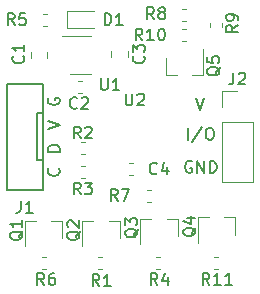
<source format=gto>
G04 #@! TF.GenerationSoftware,KiCad,Pcbnew,(5.1.2)-1*
G04 #@! TF.CreationDate,2022-08-21T12:43:38+09:00*
G04 #@! TF.ProjectId,conv,636f6e76-2e6b-4696-9361-645f70636258,v1.1*
G04 #@! TF.SameCoordinates,Original*
G04 #@! TF.FileFunction,Legend,Top*
G04 #@! TF.FilePolarity,Positive*
%FSLAX46Y46*%
G04 Gerber Fmt 4.6, Leading zero omitted, Abs format (unit mm)*
G04 Created by KiCad (PCBNEW (5.1.2)-1) date 2022-08-21 12:43:38*
%MOMM*%
%LPD*%
G04 APERTURE LIST*
%ADD10C,0.150000*%
%ADD11C,0.120000*%
%ADD12C,0.100000*%
%ADD13C,0.977000*%
%ADD14R,0.902000X1.002000*%
%ADD15C,3.302000*%
%ADD16R,1.402000X2.602000*%
%ADD17R,0.602000X0.552000*%
%ADD18R,1.162000X0.752000*%
%ADD19O,1.802000X1.802000*%
%ADD20R,1.802000X1.802000*%
%ADD21O,1.902000X1.626000*%
%ADD22C,1.077000*%
G04 APERTURE END LIST*
D10*
X122138095Y-104100000D02*
X122042857Y-104052380D01*
X121900000Y-104052380D01*
X121757142Y-104100000D01*
X121661904Y-104195238D01*
X121614285Y-104290476D01*
X121566666Y-104480952D01*
X121566666Y-104623809D01*
X121614285Y-104814285D01*
X121661904Y-104909523D01*
X121757142Y-105004761D01*
X121900000Y-105052380D01*
X121995238Y-105052380D01*
X122138095Y-105004761D01*
X122185714Y-104957142D01*
X122185714Y-104623809D01*
X121995238Y-104623809D01*
X122614285Y-105052380D02*
X122614285Y-104052380D01*
X123185714Y-105052380D01*
X123185714Y-104052380D01*
X123661904Y-105052380D02*
X123661904Y-104052380D01*
X123900000Y-104052380D01*
X124042857Y-104100000D01*
X124138095Y-104195238D01*
X124185714Y-104290476D01*
X124233333Y-104480952D01*
X124233333Y-104623809D01*
X124185714Y-104814285D01*
X124138095Y-104909523D01*
X124042857Y-105004761D01*
X123900000Y-105052380D01*
X123661904Y-105052380D01*
X121852380Y-102252380D02*
X121852380Y-101252380D01*
X123042857Y-101204761D02*
X122185714Y-102490476D01*
X123566666Y-101252380D02*
X123757142Y-101252380D01*
X123852380Y-101300000D01*
X123947619Y-101395238D01*
X123995238Y-101585714D01*
X123995238Y-101919047D01*
X123947619Y-102109523D01*
X123852380Y-102204761D01*
X123757142Y-102252380D01*
X123566666Y-102252380D01*
X123471428Y-102204761D01*
X123376190Y-102109523D01*
X123328571Y-101919047D01*
X123328571Y-101585714D01*
X123376190Y-101395238D01*
X123471428Y-101300000D01*
X123566666Y-101252380D01*
X122466666Y-98752380D02*
X122800000Y-99752380D01*
X123133333Y-98752380D01*
D11*
X124025221Y-113210000D02*
X124350779Y-113210000D01*
X124025221Y-112190000D02*
X124350779Y-112190000D01*
X121349221Y-93910000D02*
X121674779Y-93910000D01*
X121349221Y-92890000D02*
X121674779Y-92890000D01*
X124710000Y-92675279D02*
X124710000Y-92349721D01*
X123690000Y-92675279D02*
X123690000Y-92349721D01*
X121325221Y-92210000D02*
X121650779Y-92210000D01*
X121325221Y-91190000D02*
X121650779Y-91190000D01*
X118349221Y-107510000D02*
X118674779Y-107510000D01*
X118349221Y-106490000D02*
X118674779Y-106490000D01*
X109449221Y-113210000D02*
X109774779Y-113210000D01*
X109449221Y-112190000D02*
X109774779Y-112190000D01*
X114225221Y-113210000D02*
X114550779Y-113210000D01*
X114225221Y-112190000D02*
X114550779Y-112190000D01*
X119920000Y-96760000D02*
X119920000Y-95300000D01*
X123080000Y-96760000D02*
X123080000Y-94600000D01*
X123080000Y-96760000D02*
X122150000Y-96760000D01*
X119920000Y-96760000D02*
X120850000Y-96760000D01*
X125830000Y-108840000D02*
X125830000Y-110300000D01*
X122670000Y-108840000D02*
X122670000Y-111000000D01*
X122670000Y-108840000D02*
X123600000Y-108840000D01*
X125830000Y-108840000D02*
X124900000Y-108840000D01*
X120930000Y-108940000D02*
X120930000Y-110400000D01*
X117770000Y-108940000D02*
X117770000Y-111100000D01*
X117770000Y-108940000D02*
X118700000Y-108940000D01*
X120930000Y-108940000D02*
X120000000Y-108940000D01*
X116030000Y-109140000D02*
X116030000Y-110600000D01*
X112870000Y-109140000D02*
X112870000Y-111300000D01*
X112870000Y-109140000D02*
X113800000Y-109140000D01*
X116030000Y-109140000D02*
X115100000Y-109140000D01*
X111180000Y-109140000D02*
X111180000Y-110600000D01*
X108020000Y-109140000D02*
X108020000Y-111300000D01*
X108020000Y-109140000D02*
X108950000Y-109140000D01*
X111180000Y-109140000D02*
X110250000Y-109140000D01*
X113600000Y-93490000D02*
X111150000Y-93490000D01*
X111800000Y-96710000D02*
X113600000Y-96710000D01*
X109874779Y-91590000D02*
X109549221Y-91590000D01*
X109874779Y-92610000D02*
X109549221Y-92610000D01*
X119125221Y-113210000D02*
X119450779Y-113210000D01*
X119125221Y-112190000D02*
X119450779Y-112190000D01*
X113062779Y-104490000D02*
X112737221Y-104490000D01*
X113062779Y-105510000D02*
X112737221Y-105510000D01*
X113062779Y-102490000D02*
X112737221Y-102490000D01*
X113062779Y-103510000D02*
X112737221Y-103510000D01*
X124670000Y-98130000D02*
X126000000Y-98130000D01*
X124670000Y-99460000D02*
X124670000Y-98130000D01*
X124670000Y-100730000D02*
X127330000Y-100730000D01*
X127330000Y-100730000D02*
X127330000Y-105870000D01*
X124670000Y-100730000D02*
X124670000Y-105870000D01*
X124670000Y-105870000D02*
X127330000Y-105870000D01*
D10*
X109500000Y-97500000D02*
X109500000Y-102000000D01*
X106500000Y-97500000D02*
X109500000Y-97500000D01*
X106500000Y-106500000D02*
X106500000Y-97500000D01*
X109500000Y-106500000D02*
X106500000Y-106500000D01*
X109500000Y-102000000D02*
X109500000Y-106500000D01*
X109000000Y-104000000D02*
X109500000Y-104000000D01*
X109000000Y-100000000D02*
X109000000Y-104000000D01*
X109500000Y-100000000D02*
X109000000Y-100000000D01*
D11*
X111603000Y-92835000D02*
X113888000Y-92835000D01*
X111603000Y-91365000D02*
X111603000Y-92835000D01*
X113888000Y-91365000D02*
X111603000Y-91365000D01*
X116834721Y-105260000D02*
X117160279Y-105260000D01*
X116834721Y-104240000D02*
X117160279Y-104240000D01*
X115290000Y-94778922D02*
X115290000Y-95296078D01*
X116710000Y-94778922D02*
X116710000Y-95296078D01*
X112850779Y-97290000D02*
X112525221Y-97290000D01*
X112850779Y-98310000D02*
X112525221Y-98310000D01*
X108490000Y-94841422D02*
X108490000Y-95358578D01*
X109910000Y-94841422D02*
X109910000Y-95358578D01*
D10*
X123632642Y-114552380D02*
X123299309Y-114076190D01*
X123061214Y-114552380D02*
X123061214Y-113552380D01*
X123442166Y-113552380D01*
X123537404Y-113600000D01*
X123585023Y-113647619D01*
X123632642Y-113742857D01*
X123632642Y-113885714D01*
X123585023Y-113980952D01*
X123537404Y-114028571D01*
X123442166Y-114076190D01*
X123061214Y-114076190D01*
X124585023Y-114552380D02*
X124013595Y-114552380D01*
X124299309Y-114552380D02*
X124299309Y-113552380D01*
X124204071Y-113695238D01*
X124108833Y-113790476D01*
X124013595Y-113838095D01*
X125537404Y-114552380D02*
X124965976Y-114552380D01*
X125251690Y-114552380D02*
X125251690Y-113552380D01*
X125156452Y-113695238D01*
X125061214Y-113790476D01*
X124965976Y-113838095D01*
X117956642Y-93852380D02*
X117623309Y-93376190D01*
X117385214Y-93852380D02*
X117385214Y-92852380D01*
X117766166Y-92852380D01*
X117861404Y-92900000D01*
X117909023Y-92947619D01*
X117956642Y-93042857D01*
X117956642Y-93185714D01*
X117909023Y-93280952D01*
X117861404Y-93328571D01*
X117766166Y-93376190D01*
X117385214Y-93376190D01*
X118909023Y-93852380D02*
X118337595Y-93852380D01*
X118623309Y-93852380D02*
X118623309Y-92852380D01*
X118528071Y-92995238D01*
X118432833Y-93090476D01*
X118337595Y-93138095D01*
X119528071Y-92852380D02*
X119623309Y-92852380D01*
X119718547Y-92900000D01*
X119766166Y-92947619D01*
X119813785Y-93042857D01*
X119861404Y-93233333D01*
X119861404Y-93471428D01*
X119813785Y-93661904D01*
X119766166Y-93757142D01*
X119718547Y-93804761D01*
X119623309Y-93852380D01*
X119528071Y-93852380D01*
X119432833Y-93804761D01*
X119385214Y-93757142D01*
X119337595Y-93661904D01*
X119289976Y-93471428D01*
X119289976Y-93233333D01*
X119337595Y-93042857D01*
X119385214Y-92947619D01*
X119432833Y-92900000D01*
X119528071Y-92852380D01*
X126052380Y-92566666D02*
X125576190Y-92900000D01*
X126052380Y-93138095D02*
X125052380Y-93138095D01*
X125052380Y-92757142D01*
X125100000Y-92661904D01*
X125147619Y-92614285D01*
X125242857Y-92566666D01*
X125385714Y-92566666D01*
X125480952Y-92614285D01*
X125528571Y-92661904D01*
X125576190Y-92757142D01*
X125576190Y-93138095D01*
X126052380Y-92090476D02*
X126052380Y-91900000D01*
X126004761Y-91804761D01*
X125957142Y-91757142D01*
X125814285Y-91661904D01*
X125623809Y-91614285D01*
X125242857Y-91614285D01*
X125147619Y-91661904D01*
X125100000Y-91709523D01*
X125052380Y-91804761D01*
X125052380Y-91995238D01*
X125100000Y-92090476D01*
X125147619Y-92138095D01*
X125242857Y-92185714D01*
X125480952Y-92185714D01*
X125576190Y-92138095D01*
X125623809Y-92090476D01*
X125671428Y-91995238D01*
X125671428Y-91804761D01*
X125623809Y-91709523D01*
X125576190Y-91661904D01*
X125480952Y-91614285D01*
X118933833Y-92052380D02*
X118600500Y-91576190D01*
X118362404Y-92052380D02*
X118362404Y-91052380D01*
X118743357Y-91052380D01*
X118838595Y-91100000D01*
X118886214Y-91147619D01*
X118933833Y-91242857D01*
X118933833Y-91385714D01*
X118886214Y-91480952D01*
X118838595Y-91528571D01*
X118743357Y-91576190D01*
X118362404Y-91576190D01*
X119505261Y-91480952D02*
X119410023Y-91433333D01*
X119362404Y-91385714D01*
X119314785Y-91290476D01*
X119314785Y-91242857D01*
X119362404Y-91147619D01*
X119410023Y-91100000D01*
X119505261Y-91052380D01*
X119695738Y-91052380D01*
X119790976Y-91100000D01*
X119838595Y-91147619D01*
X119886214Y-91242857D01*
X119886214Y-91290476D01*
X119838595Y-91385714D01*
X119790976Y-91433333D01*
X119695738Y-91480952D01*
X119505261Y-91480952D01*
X119410023Y-91528571D01*
X119362404Y-91576190D01*
X119314785Y-91671428D01*
X119314785Y-91861904D01*
X119362404Y-91957142D01*
X119410023Y-92004761D01*
X119505261Y-92052380D01*
X119695738Y-92052380D01*
X119790976Y-92004761D01*
X119838595Y-91957142D01*
X119886214Y-91861904D01*
X119886214Y-91671428D01*
X119838595Y-91576190D01*
X119790976Y-91528571D01*
X119695738Y-91480952D01*
X115857833Y-107452380D02*
X115524500Y-106976190D01*
X115286404Y-107452380D02*
X115286404Y-106452380D01*
X115667357Y-106452380D01*
X115762595Y-106500000D01*
X115810214Y-106547619D01*
X115857833Y-106642857D01*
X115857833Y-106785714D01*
X115810214Y-106880952D01*
X115762595Y-106928571D01*
X115667357Y-106976190D01*
X115286404Y-106976190D01*
X116191166Y-106452380D02*
X116857833Y-106452380D01*
X116429261Y-107452380D01*
X109632833Y-114552380D02*
X109299500Y-114076190D01*
X109061404Y-114552380D02*
X109061404Y-113552380D01*
X109442357Y-113552380D01*
X109537595Y-113600000D01*
X109585214Y-113647619D01*
X109632833Y-113742857D01*
X109632833Y-113885714D01*
X109585214Y-113980952D01*
X109537595Y-114028571D01*
X109442357Y-114076190D01*
X109061404Y-114076190D01*
X110489976Y-113552380D02*
X110299500Y-113552380D01*
X110204261Y-113600000D01*
X110156642Y-113647619D01*
X110061404Y-113790476D01*
X110013785Y-113980952D01*
X110013785Y-114361904D01*
X110061404Y-114457142D01*
X110109023Y-114504761D01*
X110204261Y-114552380D01*
X110394738Y-114552380D01*
X110489976Y-114504761D01*
X110537595Y-114457142D01*
X110585214Y-114361904D01*
X110585214Y-114123809D01*
X110537595Y-114028571D01*
X110489976Y-113980952D01*
X110394738Y-113933333D01*
X110204261Y-113933333D01*
X110109023Y-113980952D01*
X110061404Y-114028571D01*
X110013785Y-114123809D01*
X114308833Y-114652380D02*
X113975500Y-114176190D01*
X113737404Y-114652380D02*
X113737404Y-113652380D01*
X114118357Y-113652380D01*
X114213595Y-113700000D01*
X114261214Y-113747619D01*
X114308833Y-113842857D01*
X114308833Y-113985714D01*
X114261214Y-114080952D01*
X114213595Y-114128571D01*
X114118357Y-114176190D01*
X113737404Y-114176190D01*
X115261214Y-114652380D02*
X114689785Y-114652380D01*
X114975500Y-114652380D02*
X114975500Y-113652380D01*
X114880261Y-113795238D01*
X114785023Y-113890476D01*
X114689785Y-113938095D01*
X124547619Y-96095238D02*
X124500000Y-96190476D01*
X124404761Y-96285714D01*
X124261904Y-96428571D01*
X124214285Y-96523809D01*
X124214285Y-96619047D01*
X124452380Y-96571428D02*
X124404761Y-96666666D01*
X124309523Y-96761904D01*
X124119047Y-96809523D01*
X123785714Y-96809523D01*
X123595238Y-96761904D01*
X123500000Y-96666666D01*
X123452380Y-96571428D01*
X123452380Y-96380952D01*
X123500000Y-96285714D01*
X123595238Y-96190476D01*
X123785714Y-96142857D01*
X124119047Y-96142857D01*
X124309523Y-96190476D01*
X124404761Y-96285714D01*
X124452380Y-96380952D01*
X124452380Y-96571428D01*
X123452380Y-95238095D02*
X123452380Y-95714285D01*
X123928571Y-95761904D01*
X123880952Y-95714285D01*
X123833333Y-95619047D01*
X123833333Y-95380952D01*
X123880952Y-95285714D01*
X123928571Y-95238095D01*
X124023809Y-95190476D01*
X124261904Y-95190476D01*
X124357142Y-95238095D01*
X124404761Y-95285714D01*
X124452380Y-95380952D01*
X124452380Y-95619047D01*
X124404761Y-95714285D01*
X124357142Y-95761904D01*
X122497619Y-109695238D02*
X122450000Y-109790476D01*
X122354761Y-109885714D01*
X122211904Y-110028571D01*
X122164285Y-110123809D01*
X122164285Y-110219047D01*
X122402380Y-110171428D02*
X122354761Y-110266666D01*
X122259523Y-110361904D01*
X122069047Y-110409523D01*
X121735714Y-110409523D01*
X121545238Y-110361904D01*
X121450000Y-110266666D01*
X121402380Y-110171428D01*
X121402380Y-109980952D01*
X121450000Y-109885714D01*
X121545238Y-109790476D01*
X121735714Y-109742857D01*
X122069047Y-109742857D01*
X122259523Y-109790476D01*
X122354761Y-109885714D01*
X122402380Y-109980952D01*
X122402380Y-110171428D01*
X121735714Y-108885714D02*
X122402380Y-108885714D01*
X121354761Y-109123809D02*
X122069047Y-109361904D01*
X122069047Y-108742857D01*
X117597619Y-109795238D02*
X117550000Y-109890476D01*
X117454761Y-109985714D01*
X117311904Y-110128571D01*
X117264285Y-110223809D01*
X117264285Y-110319047D01*
X117502380Y-110271428D02*
X117454761Y-110366666D01*
X117359523Y-110461904D01*
X117169047Y-110509523D01*
X116835714Y-110509523D01*
X116645238Y-110461904D01*
X116550000Y-110366666D01*
X116502380Y-110271428D01*
X116502380Y-110080952D01*
X116550000Y-109985714D01*
X116645238Y-109890476D01*
X116835714Y-109842857D01*
X117169047Y-109842857D01*
X117359523Y-109890476D01*
X117454761Y-109985714D01*
X117502380Y-110080952D01*
X117502380Y-110271428D01*
X116502380Y-109509523D02*
X116502380Y-108890476D01*
X116883333Y-109223809D01*
X116883333Y-109080952D01*
X116930952Y-108985714D01*
X116978571Y-108938095D01*
X117073809Y-108890476D01*
X117311904Y-108890476D01*
X117407142Y-108938095D01*
X117454761Y-108985714D01*
X117502380Y-109080952D01*
X117502380Y-109366666D01*
X117454761Y-109461904D01*
X117407142Y-109509523D01*
X112697619Y-109995238D02*
X112650000Y-110090476D01*
X112554761Y-110185714D01*
X112411904Y-110328571D01*
X112364285Y-110423809D01*
X112364285Y-110519047D01*
X112602380Y-110471428D02*
X112554761Y-110566666D01*
X112459523Y-110661904D01*
X112269047Y-110709523D01*
X111935714Y-110709523D01*
X111745238Y-110661904D01*
X111650000Y-110566666D01*
X111602380Y-110471428D01*
X111602380Y-110280952D01*
X111650000Y-110185714D01*
X111745238Y-110090476D01*
X111935714Y-110042857D01*
X112269047Y-110042857D01*
X112459523Y-110090476D01*
X112554761Y-110185714D01*
X112602380Y-110280952D01*
X112602380Y-110471428D01*
X111697619Y-109661904D02*
X111650000Y-109614285D01*
X111602380Y-109519047D01*
X111602380Y-109280952D01*
X111650000Y-109185714D01*
X111697619Y-109138095D01*
X111792857Y-109090476D01*
X111888095Y-109090476D01*
X112030952Y-109138095D01*
X112602380Y-109709523D01*
X112602380Y-109090476D01*
X107847619Y-109995238D02*
X107800000Y-110090476D01*
X107704761Y-110185714D01*
X107561904Y-110328571D01*
X107514285Y-110423809D01*
X107514285Y-110519047D01*
X107752380Y-110471428D02*
X107704761Y-110566666D01*
X107609523Y-110661904D01*
X107419047Y-110709523D01*
X107085714Y-110709523D01*
X106895238Y-110661904D01*
X106800000Y-110566666D01*
X106752380Y-110471428D01*
X106752380Y-110280952D01*
X106800000Y-110185714D01*
X106895238Y-110090476D01*
X107085714Y-110042857D01*
X107419047Y-110042857D01*
X107609523Y-110090476D01*
X107704761Y-110185714D01*
X107752380Y-110280952D01*
X107752380Y-110471428D01*
X107752380Y-109090476D02*
X107752380Y-109661904D01*
X107752380Y-109376190D02*
X106752380Y-109376190D01*
X106895238Y-109471428D01*
X106990476Y-109566666D01*
X107038095Y-109661904D01*
X116538095Y-98352380D02*
X116538095Y-99161904D01*
X116585714Y-99257142D01*
X116633333Y-99304761D01*
X116728571Y-99352380D01*
X116919047Y-99352380D01*
X117014285Y-99304761D01*
X117061904Y-99257142D01*
X117109523Y-99161904D01*
X117109523Y-98352380D01*
X117538095Y-98447619D02*
X117585714Y-98400000D01*
X117680952Y-98352380D01*
X117919047Y-98352380D01*
X118014285Y-98400000D01*
X118061904Y-98447619D01*
X118109523Y-98542857D01*
X118109523Y-98638095D01*
X118061904Y-98780952D01*
X117490476Y-99352380D01*
X118109523Y-99352380D01*
X114438095Y-97052380D02*
X114438095Y-97861904D01*
X114485714Y-97957142D01*
X114533333Y-98004761D01*
X114628571Y-98052380D01*
X114819047Y-98052380D01*
X114914285Y-98004761D01*
X114961904Y-97957142D01*
X115009523Y-97861904D01*
X115009523Y-97052380D01*
X116009523Y-98052380D02*
X115438095Y-98052380D01*
X115723809Y-98052380D02*
X115723809Y-97052380D01*
X115628571Y-97195238D01*
X115533333Y-97290476D01*
X115438095Y-97338095D01*
X107132833Y-92552380D02*
X106799500Y-92076190D01*
X106561404Y-92552380D02*
X106561404Y-91552380D01*
X106942357Y-91552380D01*
X107037595Y-91600000D01*
X107085214Y-91647619D01*
X107132833Y-91742857D01*
X107132833Y-91885714D01*
X107085214Y-91980952D01*
X107037595Y-92028571D01*
X106942357Y-92076190D01*
X106561404Y-92076190D01*
X108037595Y-91552380D02*
X107561404Y-91552380D01*
X107513785Y-92028571D01*
X107561404Y-91980952D01*
X107656642Y-91933333D01*
X107894738Y-91933333D01*
X107989976Y-91980952D01*
X108037595Y-92028571D01*
X108085214Y-92123809D01*
X108085214Y-92361904D01*
X108037595Y-92457142D01*
X107989976Y-92504761D01*
X107894738Y-92552380D01*
X107656642Y-92552380D01*
X107561404Y-92504761D01*
X107513785Y-92457142D01*
X119233833Y-114552380D02*
X118900500Y-114076190D01*
X118662404Y-114552380D02*
X118662404Y-113552380D01*
X119043357Y-113552380D01*
X119138595Y-113600000D01*
X119186214Y-113647619D01*
X119233833Y-113742857D01*
X119233833Y-113885714D01*
X119186214Y-113980952D01*
X119138595Y-114028571D01*
X119043357Y-114076190D01*
X118662404Y-114076190D01*
X120090976Y-113885714D02*
X120090976Y-114552380D01*
X119852880Y-113504761D02*
X119614785Y-114219047D01*
X120233833Y-114219047D01*
X112733333Y-106882380D02*
X112400000Y-106406190D01*
X112161904Y-106882380D02*
X112161904Y-105882380D01*
X112542857Y-105882380D01*
X112638095Y-105930000D01*
X112685714Y-105977619D01*
X112733333Y-106072857D01*
X112733333Y-106215714D01*
X112685714Y-106310952D01*
X112638095Y-106358571D01*
X112542857Y-106406190D01*
X112161904Y-106406190D01*
X113066666Y-105882380D02*
X113685714Y-105882380D01*
X113352380Y-106263333D01*
X113495238Y-106263333D01*
X113590476Y-106310952D01*
X113638095Y-106358571D01*
X113685714Y-106453809D01*
X113685714Y-106691904D01*
X113638095Y-106787142D01*
X113590476Y-106834761D01*
X113495238Y-106882380D01*
X113209523Y-106882380D01*
X113114285Y-106834761D01*
X113066666Y-106787142D01*
X112733333Y-102152380D02*
X112400000Y-101676190D01*
X112161904Y-102152380D02*
X112161904Y-101152380D01*
X112542857Y-101152380D01*
X112638095Y-101200000D01*
X112685714Y-101247619D01*
X112733333Y-101342857D01*
X112733333Y-101485714D01*
X112685714Y-101580952D01*
X112638095Y-101628571D01*
X112542857Y-101676190D01*
X112161904Y-101676190D01*
X113114285Y-101247619D02*
X113161904Y-101200000D01*
X113257142Y-101152380D01*
X113495238Y-101152380D01*
X113590476Y-101200000D01*
X113638095Y-101247619D01*
X113685714Y-101342857D01*
X113685714Y-101438095D01*
X113638095Y-101580952D01*
X113066666Y-102152380D01*
X113685714Y-102152380D01*
X125666666Y-96582380D02*
X125666666Y-97296666D01*
X125619047Y-97439523D01*
X125523809Y-97534761D01*
X125380952Y-97582380D01*
X125285714Y-97582380D01*
X126095238Y-96677619D02*
X126142857Y-96630000D01*
X126238095Y-96582380D01*
X126476190Y-96582380D01*
X126571428Y-96630000D01*
X126619047Y-96677619D01*
X126666666Y-96772857D01*
X126666666Y-96868095D01*
X126619047Y-97010952D01*
X126047619Y-97582380D01*
X126666666Y-97582380D01*
X107666666Y-107452380D02*
X107666666Y-108166666D01*
X107619047Y-108309523D01*
X107523809Y-108404761D01*
X107380952Y-108452380D01*
X107285714Y-108452380D01*
X108666666Y-108452380D02*
X108095238Y-108452380D01*
X108380952Y-108452380D02*
X108380952Y-107452380D01*
X108285714Y-107595238D01*
X108190476Y-107690476D01*
X108095238Y-107738095D01*
X110000000Y-98738095D02*
X109952380Y-98833333D01*
X109952380Y-98976190D01*
X110000000Y-99119047D01*
X110095238Y-99214285D01*
X110190476Y-99261904D01*
X110380952Y-99309523D01*
X110523809Y-99309523D01*
X110714285Y-99261904D01*
X110809523Y-99214285D01*
X110904761Y-99119047D01*
X110952380Y-98976190D01*
X110952380Y-98880952D01*
X110904761Y-98738095D01*
X110857142Y-98690476D01*
X110523809Y-98690476D01*
X110523809Y-98880952D01*
X109952380Y-101333333D02*
X110952380Y-101000000D01*
X109952380Y-100666666D01*
X110952380Y-103261904D02*
X109952380Y-103261904D01*
X109952380Y-103023809D01*
X110000000Y-102880952D01*
X110095238Y-102785714D01*
X110190476Y-102738095D01*
X110380952Y-102690476D01*
X110523809Y-102690476D01*
X110714285Y-102738095D01*
X110809523Y-102785714D01*
X110904761Y-102880952D01*
X110952380Y-103023809D01*
X110952380Y-103261904D01*
X110857142Y-104690476D02*
X110904761Y-104738095D01*
X110952380Y-104880952D01*
X110952380Y-104976190D01*
X110904761Y-105119047D01*
X110809523Y-105214285D01*
X110714285Y-105261904D01*
X110523809Y-105309523D01*
X110380952Y-105309523D01*
X110190476Y-105261904D01*
X110095238Y-105214285D01*
X110000000Y-105119047D01*
X109952380Y-104976190D01*
X109952380Y-104880952D01*
X110000000Y-104738095D01*
X110047619Y-104690476D01*
X114761904Y-92552380D02*
X114761904Y-91552380D01*
X115000000Y-91552380D01*
X115142857Y-91600000D01*
X115238095Y-91695238D01*
X115285714Y-91790476D01*
X115333333Y-91980952D01*
X115333333Y-92123809D01*
X115285714Y-92314285D01*
X115238095Y-92409523D01*
X115142857Y-92504761D01*
X115000000Y-92552380D01*
X114761904Y-92552380D01*
X116285714Y-92552380D02*
X115714285Y-92552380D01*
X116000000Y-92552380D02*
X116000000Y-91552380D01*
X115904761Y-91695238D01*
X115809523Y-91790476D01*
X115714285Y-91838095D01*
X119193333Y-105107142D02*
X119145714Y-105154761D01*
X119002857Y-105202380D01*
X118907619Y-105202380D01*
X118764761Y-105154761D01*
X118669523Y-105059523D01*
X118621904Y-104964285D01*
X118574285Y-104773809D01*
X118574285Y-104630952D01*
X118621904Y-104440476D01*
X118669523Y-104345238D01*
X118764761Y-104250000D01*
X118907619Y-104202380D01*
X119002857Y-104202380D01*
X119145714Y-104250000D01*
X119193333Y-104297619D01*
X120050476Y-104535714D02*
X120050476Y-105202380D01*
X119812380Y-104154761D02*
X119574285Y-104869047D01*
X120193333Y-104869047D01*
X118057142Y-95166666D02*
X118104761Y-95214285D01*
X118152380Y-95357142D01*
X118152380Y-95452380D01*
X118104761Y-95595238D01*
X118009523Y-95690476D01*
X117914285Y-95738095D01*
X117723809Y-95785714D01*
X117580952Y-95785714D01*
X117390476Y-95738095D01*
X117295238Y-95690476D01*
X117200000Y-95595238D01*
X117152380Y-95452380D01*
X117152380Y-95357142D01*
X117200000Y-95214285D01*
X117247619Y-95166666D01*
X117152380Y-94833333D02*
X117152380Y-94214285D01*
X117533333Y-94547619D01*
X117533333Y-94404761D01*
X117580952Y-94309523D01*
X117628571Y-94261904D01*
X117723809Y-94214285D01*
X117961904Y-94214285D01*
X118057142Y-94261904D01*
X118104761Y-94309523D01*
X118152380Y-94404761D01*
X118152380Y-94690476D01*
X118104761Y-94785714D01*
X118057142Y-94833333D01*
X112433333Y-99557142D02*
X112385714Y-99604761D01*
X112242857Y-99652380D01*
X112147619Y-99652380D01*
X112004761Y-99604761D01*
X111909523Y-99509523D01*
X111861904Y-99414285D01*
X111814285Y-99223809D01*
X111814285Y-99080952D01*
X111861904Y-98890476D01*
X111909523Y-98795238D01*
X112004761Y-98700000D01*
X112147619Y-98652380D01*
X112242857Y-98652380D01*
X112385714Y-98700000D01*
X112433333Y-98747619D01*
X112814285Y-98747619D02*
X112861904Y-98700000D01*
X112957142Y-98652380D01*
X113195238Y-98652380D01*
X113290476Y-98700000D01*
X113338095Y-98747619D01*
X113385714Y-98842857D01*
X113385714Y-98938095D01*
X113338095Y-99080952D01*
X112766666Y-99652380D01*
X113385714Y-99652380D01*
X107857142Y-95166666D02*
X107904761Y-95214285D01*
X107952380Y-95357142D01*
X107952380Y-95452380D01*
X107904761Y-95595238D01*
X107809523Y-95690476D01*
X107714285Y-95738095D01*
X107523809Y-95785714D01*
X107380952Y-95785714D01*
X107190476Y-95738095D01*
X107095238Y-95690476D01*
X107000000Y-95595238D01*
X106952380Y-95452380D01*
X106952380Y-95357142D01*
X107000000Y-95214285D01*
X107047619Y-95166666D01*
X107952380Y-94214285D02*
X107952380Y-94785714D01*
X107952380Y-94500000D02*
X106952380Y-94500000D01*
X107095238Y-94595238D01*
X107190476Y-94690476D01*
X107238095Y-94785714D01*
%LPC*%
D12*
G36*
X125243691Y-112175176D02*
G01*
X125267401Y-112178693D01*
X125290652Y-112184517D01*
X125313220Y-112192592D01*
X125334889Y-112202841D01*
X125355448Y-112215164D01*
X125374701Y-112229442D01*
X125392461Y-112245539D01*
X125408558Y-112263299D01*
X125422836Y-112282552D01*
X125435159Y-112303111D01*
X125445408Y-112324780D01*
X125453483Y-112347348D01*
X125459307Y-112370599D01*
X125462824Y-112394309D01*
X125464000Y-112418250D01*
X125464000Y-112981750D01*
X125462824Y-113005691D01*
X125459307Y-113029401D01*
X125453483Y-113052652D01*
X125445408Y-113075220D01*
X125435159Y-113096889D01*
X125422836Y-113117448D01*
X125408558Y-113136701D01*
X125392461Y-113154461D01*
X125374701Y-113170558D01*
X125355448Y-113184836D01*
X125334889Y-113197159D01*
X125313220Y-113207408D01*
X125290652Y-113215483D01*
X125267401Y-113221307D01*
X125243691Y-113224824D01*
X125219750Y-113226000D01*
X124731250Y-113226000D01*
X124707309Y-113224824D01*
X124683599Y-113221307D01*
X124660348Y-113215483D01*
X124637780Y-113207408D01*
X124616111Y-113197159D01*
X124595552Y-113184836D01*
X124576299Y-113170558D01*
X124558539Y-113154461D01*
X124542442Y-113136701D01*
X124528164Y-113117448D01*
X124515841Y-113096889D01*
X124505592Y-113075220D01*
X124497517Y-113052652D01*
X124491693Y-113029401D01*
X124488176Y-113005691D01*
X124487000Y-112981750D01*
X124487000Y-112418250D01*
X124488176Y-112394309D01*
X124491693Y-112370599D01*
X124497517Y-112347348D01*
X124505592Y-112324780D01*
X124515841Y-112303111D01*
X124528164Y-112282552D01*
X124542442Y-112263299D01*
X124558539Y-112245539D01*
X124576299Y-112229442D01*
X124595552Y-112215164D01*
X124616111Y-112202841D01*
X124637780Y-112192592D01*
X124660348Y-112184517D01*
X124683599Y-112178693D01*
X124707309Y-112175176D01*
X124731250Y-112174000D01*
X125219750Y-112174000D01*
X125243691Y-112175176D01*
X125243691Y-112175176D01*
G37*
D13*
X124975500Y-112700000D03*
D12*
G36*
X123668691Y-112175176D02*
G01*
X123692401Y-112178693D01*
X123715652Y-112184517D01*
X123738220Y-112192592D01*
X123759889Y-112202841D01*
X123780448Y-112215164D01*
X123799701Y-112229442D01*
X123817461Y-112245539D01*
X123833558Y-112263299D01*
X123847836Y-112282552D01*
X123860159Y-112303111D01*
X123870408Y-112324780D01*
X123878483Y-112347348D01*
X123884307Y-112370599D01*
X123887824Y-112394309D01*
X123889000Y-112418250D01*
X123889000Y-112981750D01*
X123887824Y-113005691D01*
X123884307Y-113029401D01*
X123878483Y-113052652D01*
X123870408Y-113075220D01*
X123860159Y-113096889D01*
X123847836Y-113117448D01*
X123833558Y-113136701D01*
X123817461Y-113154461D01*
X123799701Y-113170558D01*
X123780448Y-113184836D01*
X123759889Y-113197159D01*
X123738220Y-113207408D01*
X123715652Y-113215483D01*
X123692401Y-113221307D01*
X123668691Y-113224824D01*
X123644750Y-113226000D01*
X123156250Y-113226000D01*
X123132309Y-113224824D01*
X123108599Y-113221307D01*
X123085348Y-113215483D01*
X123062780Y-113207408D01*
X123041111Y-113197159D01*
X123020552Y-113184836D01*
X123001299Y-113170558D01*
X122983539Y-113154461D01*
X122967442Y-113136701D01*
X122953164Y-113117448D01*
X122940841Y-113096889D01*
X122930592Y-113075220D01*
X122922517Y-113052652D01*
X122916693Y-113029401D01*
X122913176Y-113005691D01*
X122912000Y-112981750D01*
X122912000Y-112418250D01*
X122913176Y-112394309D01*
X122916693Y-112370599D01*
X122922517Y-112347348D01*
X122930592Y-112324780D01*
X122940841Y-112303111D01*
X122953164Y-112282552D01*
X122967442Y-112263299D01*
X122983539Y-112245539D01*
X123001299Y-112229442D01*
X123020552Y-112215164D01*
X123041111Y-112202841D01*
X123062780Y-112192592D01*
X123085348Y-112184517D01*
X123108599Y-112178693D01*
X123132309Y-112175176D01*
X123156250Y-112174000D01*
X123644750Y-112174000D01*
X123668691Y-112175176D01*
X123668691Y-112175176D01*
G37*
D13*
X123400500Y-112700000D03*
D12*
G36*
X122567691Y-92875176D02*
G01*
X122591401Y-92878693D01*
X122614652Y-92884517D01*
X122637220Y-92892592D01*
X122658889Y-92902841D01*
X122679448Y-92915164D01*
X122698701Y-92929442D01*
X122716461Y-92945539D01*
X122732558Y-92963299D01*
X122746836Y-92982552D01*
X122759159Y-93003111D01*
X122769408Y-93024780D01*
X122777483Y-93047348D01*
X122783307Y-93070599D01*
X122786824Y-93094309D01*
X122788000Y-93118250D01*
X122788000Y-93681750D01*
X122786824Y-93705691D01*
X122783307Y-93729401D01*
X122777483Y-93752652D01*
X122769408Y-93775220D01*
X122759159Y-93796889D01*
X122746836Y-93817448D01*
X122732558Y-93836701D01*
X122716461Y-93854461D01*
X122698701Y-93870558D01*
X122679448Y-93884836D01*
X122658889Y-93897159D01*
X122637220Y-93907408D01*
X122614652Y-93915483D01*
X122591401Y-93921307D01*
X122567691Y-93924824D01*
X122543750Y-93926000D01*
X122055250Y-93926000D01*
X122031309Y-93924824D01*
X122007599Y-93921307D01*
X121984348Y-93915483D01*
X121961780Y-93907408D01*
X121940111Y-93897159D01*
X121919552Y-93884836D01*
X121900299Y-93870558D01*
X121882539Y-93854461D01*
X121866442Y-93836701D01*
X121852164Y-93817448D01*
X121839841Y-93796889D01*
X121829592Y-93775220D01*
X121821517Y-93752652D01*
X121815693Y-93729401D01*
X121812176Y-93705691D01*
X121811000Y-93681750D01*
X121811000Y-93118250D01*
X121812176Y-93094309D01*
X121815693Y-93070599D01*
X121821517Y-93047348D01*
X121829592Y-93024780D01*
X121839841Y-93003111D01*
X121852164Y-92982552D01*
X121866442Y-92963299D01*
X121882539Y-92945539D01*
X121900299Y-92929442D01*
X121919552Y-92915164D01*
X121940111Y-92902841D01*
X121961780Y-92892592D01*
X121984348Y-92884517D01*
X122007599Y-92878693D01*
X122031309Y-92875176D01*
X122055250Y-92874000D01*
X122543750Y-92874000D01*
X122567691Y-92875176D01*
X122567691Y-92875176D01*
G37*
D13*
X122299500Y-93400000D03*
D12*
G36*
X120992691Y-92875176D02*
G01*
X121016401Y-92878693D01*
X121039652Y-92884517D01*
X121062220Y-92892592D01*
X121083889Y-92902841D01*
X121104448Y-92915164D01*
X121123701Y-92929442D01*
X121141461Y-92945539D01*
X121157558Y-92963299D01*
X121171836Y-92982552D01*
X121184159Y-93003111D01*
X121194408Y-93024780D01*
X121202483Y-93047348D01*
X121208307Y-93070599D01*
X121211824Y-93094309D01*
X121213000Y-93118250D01*
X121213000Y-93681750D01*
X121211824Y-93705691D01*
X121208307Y-93729401D01*
X121202483Y-93752652D01*
X121194408Y-93775220D01*
X121184159Y-93796889D01*
X121171836Y-93817448D01*
X121157558Y-93836701D01*
X121141461Y-93854461D01*
X121123701Y-93870558D01*
X121104448Y-93884836D01*
X121083889Y-93897159D01*
X121062220Y-93907408D01*
X121039652Y-93915483D01*
X121016401Y-93921307D01*
X120992691Y-93924824D01*
X120968750Y-93926000D01*
X120480250Y-93926000D01*
X120456309Y-93924824D01*
X120432599Y-93921307D01*
X120409348Y-93915483D01*
X120386780Y-93907408D01*
X120365111Y-93897159D01*
X120344552Y-93884836D01*
X120325299Y-93870558D01*
X120307539Y-93854461D01*
X120291442Y-93836701D01*
X120277164Y-93817448D01*
X120264841Y-93796889D01*
X120254592Y-93775220D01*
X120246517Y-93752652D01*
X120240693Y-93729401D01*
X120237176Y-93705691D01*
X120236000Y-93681750D01*
X120236000Y-93118250D01*
X120237176Y-93094309D01*
X120240693Y-93070599D01*
X120246517Y-93047348D01*
X120254592Y-93024780D01*
X120264841Y-93003111D01*
X120277164Y-92982552D01*
X120291442Y-92963299D01*
X120307539Y-92945539D01*
X120325299Y-92929442D01*
X120344552Y-92915164D01*
X120365111Y-92902841D01*
X120386780Y-92892592D01*
X120409348Y-92884517D01*
X120432599Y-92878693D01*
X120456309Y-92875176D01*
X120480250Y-92874000D01*
X120968750Y-92874000D01*
X120992691Y-92875176D01*
X120992691Y-92875176D01*
G37*
D13*
X120724500Y-93400000D03*
D12*
G36*
X124505691Y-91237676D02*
G01*
X124529401Y-91241193D01*
X124552652Y-91247017D01*
X124575220Y-91255092D01*
X124596889Y-91265341D01*
X124617448Y-91277664D01*
X124636701Y-91291942D01*
X124654461Y-91308039D01*
X124670558Y-91325799D01*
X124684836Y-91345052D01*
X124697159Y-91365611D01*
X124707408Y-91387280D01*
X124715483Y-91409848D01*
X124721307Y-91433099D01*
X124724824Y-91456809D01*
X124726000Y-91480750D01*
X124726000Y-91969250D01*
X124724824Y-91993191D01*
X124721307Y-92016901D01*
X124715483Y-92040152D01*
X124707408Y-92062720D01*
X124697159Y-92084389D01*
X124684836Y-92104948D01*
X124670558Y-92124201D01*
X124654461Y-92141961D01*
X124636701Y-92158058D01*
X124617448Y-92172336D01*
X124596889Y-92184659D01*
X124575220Y-92194908D01*
X124552652Y-92202983D01*
X124529401Y-92208807D01*
X124505691Y-92212324D01*
X124481750Y-92213500D01*
X123918250Y-92213500D01*
X123894309Y-92212324D01*
X123870599Y-92208807D01*
X123847348Y-92202983D01*
X123824780Y-92194908D01*
X123803111Y-92184659D01*
X123782552Y-92172336D01*
X123763299Y-92158058D01*
X123745539Y-92141961D01*
X123729442Y-92124201D01*
X123715164Y-92104948D01*
X123702841Y-92084389D01*
X123692592Y-92062720D01*
X123684517Y-92040152D01*
X123678693Y-92016901D01*
X123675176Y-91993191D01*
X123674000Y-91969250D01*
X123674000Y-91480750D01*
X123675176Y-91456809D01*
X123678693Y-91433099D01*
X123684517Y-91409848D01*
X123692592Y-91387280D01*
X123702841Y-91365611D01*
X123715164Y-91345052D01*
X123729442Y-91325799D01*
X123745539Y-91308039D01*
X123763299Y-91291942D01*
X123782552Y-91277664D01*
X123803111Y-91265341D01*
X123824780Y-91255092D01*
X123847348Y-91247017D01*
X123870599Y-91241193D01*
X123894309Y-91237676D01*
X123918250Y-91236500D01*
X124481750Y-91236500D01*
X124505691Y-91237676D01*
X124505691Y-91237676D01*
G37*
D13*
X124200000Y-91725000D03*
D12*
G36*
X124505691Y-92812676D02*
G01*
X124529401Y-92816193D01*
X124552652Y-92822017D01*
X124575220Y-92830092D01*
X124596889Y-92840341D01*
X124617448Y-92852664D01*
X124636701Y-92866942D01*
X124654461Y-92883039D01*
X124670558Y-92900799D01*
X124684836Y-92920052D01*
X124697159Y-92940611D01*
X124707408Y-92962280D01*
X124715483Y-92984848D01*
X124721307Y-93008099D01*
X124724824Y-93031809D01*
X124726000Y-93055750D01*
X124726000Y-93544250D01*
X124724824Y-93568191D01*
X124721307Y-93591901D01*
X124715483Y-93615152D01*
X124707408Y-93637720D01*
X124697159Y-93659389D01*
X124684836Y-93679948D01*
X124670558Y-93699201D01*
X124654461Y-93716961D01*
X124636701Y-93733058D01*
X124617448Y-93747336D01*
X124596889Y-93759659D01*
X124575220Y-93769908D01*
X124552652Y-93777983D01*
X124529401Y-93783807D01*
X124505691Y-93787324D01*
X124481750Y-93788500D01*
X123918250Y-93788500D01*
X123894309Y-93787324D01*
X123870599Y-93783807D01*
X123847348Y-93777983D01*
X123824780Y-93769908D01*
X123803111Y-93759659D01*
X123782552Y-93747336D01*
X123763299Y-93733058D01*
X123745539Y-93716961D01*
X123729442Y-93699201D01*
X123715164Y-93679948D01*
X123702841Y-93659389D01*
X123692592Y-93637720D01*
X123684517Y-93615152D01*
X123678693Y-93591901D01*
X123675176Y-93568191D01*
X123674000Y-93544250D01*
X123674000Y-93055750D01*
X123675176Y-93031809D01*
X123678693Y-93008099D01*
X123684517Y-92984848D01*
X123692592Y-92962280D01*
X123702841Y-92940611D01*
X123715164Y-92920052D01*
X123729442Y-92900799D01*
X123745539Y-92883039D01*
X123763299Y-92866942D01*
X123782552Y-92852664D01*
X123803111Y-92840341D01*
X123824780Y-92830092D01*
X123847348Y-92822017D01*
X123870599Y-92816193D01*
X123894309Y-92812676D01*
X123918250Y-92811500D01*
X124481750Y-92811500D01*
X124505691Y-92812676D01*
X124505691Y-92812676D01*
G37*
D13*
X124200000Y-93300000D03*
D12*
G36*
X122543691Y-91175176D02*
G01*
X122567401Y-91178693D01*
X122590652Y-91184517D01*
X122613220Y-91192592D01*
X122634889Y-91202841D01*
X122655448Y-91215164D01*
X122674701Y-91229442D01*
X122692461Y-91245539D01*
X122708558Y-91263299D01*
X122722836Y-91282552D01*
X122735159Y-91303111D01*
X122745408Y-91324780D01*
X122753483Y-91347348D01*
X122759307Y-91370599D01*
X122762824Y-91394309D01*
X122764000Y-91418250D01*
X122764000Y-91981750D01*
X122762824Y-92005691D01*
X122759307Y-92029401D01*
X122753483Y-92052652D01*
X122745408Y-92075220D01*
X122735159Y-92096889D01*
X122722836Y-92117448D01*
X122708558Y-92136701D01*
X122692461Y-92154461D01*
X122674701Y-92170558D01*
X122655448Y-92184836D01*
X122634889Y-92197159D01*
X122613220Y-92207408D01*
X122590652Y-92215483D01*
X122567401Y-92221307D01*
X122543691Y-92224824D01*
X122519750Y-92226000D01*
X122031250Y-92226000D01*
X122007309Y-92224824D01*
X121983599Y-92221307D01*
X121960348Y-92215483D01*
X121937780Y-92207408D01*
X121916111Y-92197159D01*
X121895552Y-92184836D01*
X121876299Y-92170558D01*
X121858539Y-92154461D01*
X121842442Y-92136701D01*
X121828164Y-92117448D01*
X121815841Y-92096889D01*
X121805592Y-92075220D01*
X121797517Y-92052652D01*
X121791693Y-92029401D01*
X121788176Y-92005691D01*
X121787000Y-91981750D01*
X121787000Y-91418250D01*
X121788176Y-91394309D01*
X121791693Y-91370599D01*
X121797517Y-91347348D01*
X121805592Y-91324780D01*
X121815841Y-91303111D01*
X121828164Y-91282552D01*
X121842442Y-91263299D01*
X121858539Y-91245539D01*
X121876299Y-91229442D01*
X121895552Y-91215164D01*
X121916111Y-91202841D01*
X121937780Y-91192592D01*
X121960348Y-91184517D01*
X121983599Y-91178693D01*
X122007309Y-91175176D01*
X122031250Y-91174000D01*
X122519750Y-91174000D01*
X122543691Y-91175176D01*
X122543691Y-91175176D01*
G37*
D13*
X122275500Y-91700000D03*
D12*
G36*
X120968691Y-91175176D02*
G01*
X120992401Y-91178693D01*
X121015652Y-91184517D01*
X121038220Y-91192592D01*
X121059889Y-91202841D01*
X121080448Y-91215164D01*
X121099701Y-91229442D01*
X121117461Y-91245539D01*
X121133558Y-91263299D01*
X121147836Y-91282552D01*
X121160159Y-91303111D01*
X121170408Y-91324780D01*
X121178483Y-91347348D01*
X121184307Y-91370599D01*
X121187824Y-91394309D01*
X121189000Y-91418250D01*
X121189000Y-91981750D01*
X121187824Y-92005691D01*
X121184307Y-92029401D01*
X121178483Y-92052652D01*
X121170408Y-92075220D01*
X121160159Y-92096889D01*
X121147836Y-92117448D01*
X121133558Y-92136701D01*
X121117461Y-92154461D01*
X121099701Y-92170558D01*
X121080448Y-92184836D01*
X121059889Y-92197159D01*
X121038220Y-92207408D01*
X121015652Y-92215483D01*
X120992401Y-92221307D01*
X120968691Y-92224824D01*
X120944750Y-92226000D01*
X120456250Y-92226000D01*
X120432309Y-92224824D01*
X120408599Y-92221307D01*
X120385348Y-92215483D01*
X120362780Y-92207408D01*
X120341111Y-92197159D01*
X120320552Y-92184836D01*
X120301299Y-92170558D01*
X120283539Y-92154461D01*
X120267442Y-92136701D01*
X120253164Y-92117448D01*
X120240841Y-92096889D01*
X120230592Y-92075220D01*
X120222517Y-92052652D01*
X120216693Y-92029401D01*
X120213176Y-92005691D01*
X120212000Y-91981750D01*
X120212000Y-91418250D01*
X120213176Y-91394309D01*
X120216693Y-91370599D01*
X120222517Y-91347348D01*
X120230592Y-91324780D01*
X120240841Y-91303111D01*
X120253164Y-91282552D01*
X120267442Y-91263299D01*
X120283539Y-91245539D01*
X120301299Y-91229442D01*
X120320552Y-91215164D01*
X120341111Y-91202841D01*
X120362780Y-91192592D01*
X120385348Y-91184517D01*
X120408599Y-91178693D01*
X120432309Y-91175176D01*
X120456250Y-91174000D01*
X120944750Y-91174000D01*
X120968691Y-91175176D01*
X120968691Y-91175176D01*
G37*
D13*
X120700500Y-91700000D03*
D12*
G36*
X119567691Y-106475176D02*
G01*
X119591401Y-106478693D01*
X119614652Y-106484517D01*
X119637220Y-106492592D01*
X119658889Y-106502841D01*
X119679448Y-106515164D01*
X119698701Y-106529442D01*
X119716461Y-106545539D01*
X119732558Y-106563299D01*
X119746836Y-106582552D01*
X119759159Y-106603111D01*
X119769408Y-106624780D01*
X119777483Y-106647348D01*
X119783307Y-106670599D01*
X119786824Y-106694309D01*
X119788000Y-106718250D01*
X119788000Y-107281750D01*
X119786824Y-107305691D01*
X119783307Y-107329401D01*
X119777483Y-107352652D01*
X119769408Y-107375220D01*
X119759159Y-107396889D01*
X119746836Y-107417448D01*
X119732558Y-107436701D01*
X119716461Y-107454461D01*
X119698701Y-107470558D01*
X119679448Y-107484836D01*
X119658889Y-107497159D01*
X119637220Y-107507408D01*
X119614652Y-107515483D01*
X119591401Y-107521307D01*
X119567691Y-107524824D01*
X119543750Y-107526000D01*
X119055250Y-107526000D01*
X119031309Y-107524824D01*
X119007599Y-107521307D01*
X118984348Y-107515483D01*
X118961780Y-107507408D01*
X118940111Y-107497159D01*
X118919552Y-107484836D01*
X118900299Y-107470558D01*
X118882539Y-107454461D01*
X118866442Y-107436701D01*
X118852164Y-107417448D01*
X118839841Y-107396889D01*
X118829592Y-107375220D01*
X118821517Y-107352652D01*
X118815693Y-107329401D01*
X118812176Y-107305691D01*
X118811000Y-107281750D01*
X118811000Y-106718250D01*
X118812176Y-106694309D01*
X118815693Y-106670599D01*
X118821517Y-106647348D01*
X118829592Y-106624780D01*
X118839841Y-106603111D01*
X118852164Y-106582552D01*
X118866442Y-106563299D01*
X118882539Y-106545539D01*
X118900299Y-106529442D01*
X118919552Y-106515164D01*
X118940111Y-106502841D01*
X118961780Y-106492592D01*
X118984348Y-106484517D01*
X119007599Y-106478693D01*
X119031309Y-106475176D01*
X119055250Y-106474000D01*
X119543750Y-106474000D01*
X119567691Y-106475176D01*
X119567691Y-106475176D01*
G37*
D13*
X119299500Y-107000000D03*
D12*
G36*
X117992691Y-106475176D02*
G01*
X118016401Y-106478693D01*
X118039652Y-106484517D01*
X118062220Y-106492592D01*
X118083889Y-106502841D01*
X118104448Y-106515164D01*
X118123701Y-106529442D01*
X118141461Y-106545539D01*
X118157558Y-106563299D01*
X118171836Y-106582552D01*
X118184159Y-106603111D01*
X118194408Y-106624780D01*
X118202483Y-106647348D01*
X118208307Y-106670599D01*
X118211824Y-106694309D01*
X118213000Y-106718250D01*
X118213000Y-107281750D01*
X118211824Y-107305691D01*
X118208307Y-107329401D01*
X118202483Y-107352652D01*
X118194408Y-107375220D01*
X118184159Y-107396889D01*
X118171836Y-107417448D01*
X118157558Y-107436701D01*
X118141461Y-107454461D01*
X118123701Y-107470558D01*
X118104448Y-107484836D01*
X118083889Y-107497159D01*
X118062220Y-107507408D01*
X118039652Y-107515483D01*
X118016401Y-107521307D01*
X117992691Y-107524824D01*
X117968750Y-107526000D01*
X117480250Y-107526000D01*
X117456309Y-107524824D01*
X117432599Y-107521307D01*
X117409348Y-107515483D01*
X117386780Y-107507408D01*
X117365111Y-107497159D01*
X117344552Y-107484836D01*
X117325299Y-107470558D01*
X117307539Y-107454461D01*
X117291442Y-107436701D01*
X117277164Y-107417448D01*
X117264841Y-107396889D01*
X117254592Y-107375220D01*
X117246517Y-107352652D01*
X117240693Y-107329401D01*
X117237176Y-107305691D01*
X117236000Y-107281750D01*
X117236000Y-106718250D01*
X117237176Y-106694309D01*
X117240693Y-106670599D01*
X117246517Y-106647348D01*
X117254592Y-106624780D01*
X117264841Y-106603111D01*
X117277164Y-106582552D01*
X117291442Y-106563299D01*
X117307539Y-106545539D01*
X117325299Y-106529442D01*
X117344552Y-106515164D01*
X117365111Y-106502841D01*
X117386780Y-106492592D01*
X117409348Y-106484517D01*
X117432599Y-106478693D01*
X117456309Y-106475176D01*
X117480250Y-106474000D01*
X117968750Y-106474000D01*
X117992691Y-106475176D01*
X117992691Y-106475176D01*
G37*
D13*
X117724500Y-107000000D03*
D12*
G36*
X110667691Y-112175176D02*
G01*
X110691401Y-112178693D01*
X110714652Y-112184517D01*
X110737220Y-112192592D01*
X110758889Y-112202841D01*
X110779448Y-112215164D01*
X110798701Y-112229442D01*
X110816461Y-112245539D01*
X110832558Y-112263299D01*
X110846836Y-112282552D01*
X110859159Y-112303111D01*
X110869408Y-112324780D01*
X110877483Y-112347348D01*
X110883307Y-112370599D01*
X110886824Y-112394309D01*
X110888000Y-112418250D01*
X110888000Y-112981750D01*
X110886824Y-113005691D01*
X110883307Y-113029401D01*
X110877483Y-113052652D01*
X110869408Y-113075220D01*
X110859159Y-113096889D01*
X110846836Y-113117448D01*
X110832558Y-113136701D01*
X110816461Y-113154461D01*
X110798701Y-113170558D01*
X110779448Y-113184836D01*
X110758889Y-113197159D01*
X110737220Y-113207408D01*
X110714652Y-113215483D01*
X110691401Y-113221307D01*
X110667691Y-113224824D01*
X110643750Y-113226000D01*
X110155250Y-113226000D01*
X110131309Y-113224824D01*
X110107599Y-113221307D01*
X110084348Y-113215483D01*
X110061780Y-113207408D01*
X110040111Y-113197159D01*
X110019552Y-113184836D01*
X110000299Y-113170558D01*
X109982539Y-113154461D01*
X109966442Y-113136701D01*
X109952164Y-113117448D01*
X109939841Y-113096889D01*
X109929592Y-113075220D01*
X109921517Y-113052652D01*
X109915693Y-113029401D01*
X109912176Y-113005691D01*
X109911000Y-112981750D01*
X109911000Y-112418250D01*
X109912176Y-112394309D01*
X109915693Y-112370599D01*
X109921517Y-112347348D01*
X109929592Y-112324780D01*
X109939841Y-112303111D01*
X109952164Y-112282552D01*
X109966442Y-112263299D01*
X109982539Y-112245539D01*
X110000299Y-112229442D01*
X110019552Y-112215164D01*
X110040111Y-112202841D01*
X110061780Y-112192592D01*
X110084348Y-112184517D01*
X110107599Y-112178693D01*
X110131309Y-112175176D01*
X110155250Y-112174000D01*
X110643750Y-112174000D01*
X110667691Y-112175176D01*
X110667691Y-112175176D01*
G37*
D13*
X110399500Y-112700000D03*
D12*
G36*
X109092691Y-112175176D02*
G01*
X109116401Y-112178693D01*
X109139652Y-112184517D01*
X109162220Y-112192592D01*
X109183889Y-112202841D01*
X109204448Y-112215164D01*
X109223701Y-112229442D01*
X109241461Y-112245539D01*
X109257558Y-112263299D01*
X109271836Y-112282552D01*
X109284159Y-112303111D01*
X109294408Y-112324780D01*
X109302483Y-112347348D01*
X109308307Y-112370599D01*
X109311824Y-112394309D01*
X109313000Y-112418250D01*
X109313000Y-112981750D01*
X109311824Y-113005691D01*
X109308307Y-113029401D01*
X109302483Y-113052652D01*
X109294408Y-113075220D01*
X109284159Y-113096889D01*
X109271836Y-113117448D01*
X109257558Y-113136701D01*
X109241461Y-113154461D01*
X109223701Y-113170558D01*
X109204448Y-113184836D01*
X109183889Y-113197159D01*
X109162220Y-113207408D01*
X109139652Y-113215483D01*
X109116401Y-113221307D01*
X109092691Y-113224824D01*
X109068750Y-113226000D01*
X108580250Y-113226000D01*
X108556309Y-113224824D01*
X108532599Y-113221307D01*
X108509348Y-113215483D01*
X108486780Y-113207408D01*
X108465111Y-113197159D01*
X108444552Y-113184836D01*
X108425299Y-113170558D01*
X108407539Y-113154461D01*
X108391442Y-113136701D01*
X108377164Y-113117448D01*
X108364841Y-113096889D01*
X108354592Y-113075220D01*
X108346517Y-113052652D01*
X108340693Y-113029401D01*
X108337176Y-113005691D01*
X108336000Y-112981750D01*
X108336000Y-112418250D01*
X108337176Y-112394309D01*
X108340693Y-112370599D01*
X108346517Y-112347348D01*
X108354592Y-112324780D01*
X108364841Y-112303111D01*
X108377164Y-112282552D01*
X108391442Y-112263299D01*
X108407539Y-112245539D01*
X108425299Y-112229442D01*
X108444552Y-112215164D01*
X108465111Y-112202841D01*
X108486780Y-112192592D01*
X108509348Y-112184517D01*
X108532599Y-112178693D01*
X108556309Y-112175176D01*
X108580250Y-112174000D01*
X109068750Y-112174000D01*
X109092691Y-112175176D01*
X109092691Y-112175176D01*
G37*
D13*
X108824500Y-112700000D03*
D12*
G36*
X115443691Y-112175176D02*
G01*
X115467401Y-112178693D01*
X115490652Y-112184517D01*
X115513220Y-112192592D01*
X115534889Y-112202841D01*
X115555448Y-112215164D01*
X115574701Y-112229442D01*
X115592461Y-112245539D01*
X115608558Y-112263299D01*
X115622836Y-112282552D01*
X115635159Y-112303111D01*
X115645408Y-112324780D01*
X115653483Y-112347348D01*
X115659307Y-112370599D01*
X115662824Y-112394309D01*
X115664000Y-112418250D01*
X115664000Y-112981750D01*
X115662824Y-113005691D01*
X115659307Y-113029401D01*
X115653483Y-113052652D01*
X115645408Y-113075220D01*
X115635159Y-113096889D01*
X115622836Y-113117448D01*
X115608558Y-113136701D01*
X115592461Y-113154461D01*
X115574701Y-113170558D01*
X115555448Y-113184836D01*
X115534889Y-113197159D01*
X115513220Y-113207408D01*
X115490652Y-113215483D01*
X115467401Y-113221307D01*
X115443691Y-113224824D01*
X115419750Y-113226000D01*
X114931250Y-113226000D01*
X114907309Y-113224824D01*
X114883599Y-113221307D01*
X114860348Y-113215483D01*
X114837780Y-113207408D01*
X114816111Y-113197159D01*
X114795552Y-113184836D01*
X114776299Y-113170558D01*
X114758539Y-113154461D01*
X114742442Y-113136701D01*
X114728164Y-113117448D01*
X114715841Y-113096889D01*
X114705592Y-113075220D01*
X114697517Y-113052652D01*
X114691693Y-113029401D01*
X114688176Y-113005691D01*
X114687000Y-112981750D01*
X114687000Y-112418250D01*
X114688176Y-112394309D01*
X114691693Y-112370599D01*
X114697517Y-112347348D01*
X114705592Y-112324780D01*
X114715841Y-112303111D01*
X114728164Y-112282552D01*
X114742442Y-112263299D01*
X114758539Y-112245539D01*
X114776299Y-112229442D01*
X114795552Y-112215164D01*
X114816111Y-112202841D01*
X114837780Y-112192592D01*
X114860348Y-112184517D01*
X114883599Y-112178693D01*
X114907309Y-112175176D01*
X114931250Y-112174000D01*
X115419750Y-112174000D01*
X115443691Y-112175176D01*
X115443691Y-112175176D01*
G37*
D13*
X115175500Y-112700000D03*
D12*
G36*
X113868691Y-112175176D02*
G01*
X113892401Y-112178693D01*
X113915652Y-112184517D01*
X113938220Y-112192592D01*
X113959889Y-112202841D01*
X113980448Y-112215164D01*
X113999701Y-112229442D01*
X114017461Y-112245539D01*
X114033558Y-112263299D01*
X114047836Y-112282552D01*
X114060159Y-112303111D01*
X114070408Y-112324780D01*
X114078483Y-112347348D01*
X114084307Y-112370599D01*
X114087824Y-112394309D01*
X114089000Y-112418250D01*
X114089000Y-112981750D01*
X114087824Y-113005691D01*
X114084307Y-113029401D01*
X114078483Y-113052652D01*
X114070408Y-113075220D01*
X114060159Y-113096889D01*
X114047836Y-113117448D01*
X114033558Y-113136701D01*
X114017461Y-113154461D01*
X113999701Y-113170558D01*
X113980448Y-113184836D01*
X113959889Y-113197159D01*
X113938220Y-113207408D01*
X113915652Y-113215483D01*
X113892401Y-113221307D01*
X113868691Y-113224824D01*
X113844750Y-113226000D01*
X113356250Y-113226000D01*
X113332309Y-113224824D01*
X113308599Y-113221307D01*
X113285348Y-113215483D01*
X113262780Y-113207408D01*
X113241111Y-113197159D01*
X113220552Y-113184836D01*
X113201299Y-113170558D01*
X113183539Y-113154461D01*
X113167442Y-113136701D01*
X113153164Y-113117448D01*
X113140841Y-113096889D01*
X113130592Y-113075220D01*
X113122517Y-113052652D01*
X113116693Y-113029401D01*
X113113176Y-113005691D01*
X113112000Y-112981750D01*
X113112000Y-112418250D01*
X113113176Y-112394309D01*
X113116693Y-112370599D01*
X113122517Y-112347348D01*
X113130592Y-112324780D01*
X113140841Y-112303111D01*
X113153164Y-112282552D01*
X113167442Y-112263299D01*
X113183539Y-112245539D01*
X113201299Y-112229442D01*
X113220552Y-112215164D01*
X113241111Y-112202841D01*
X113262780Y-112192592D01*
X113285348Y-112184517D01*
X113308599Y-112178693D01*
X113332309Y-112175176D01*
X113356250Y-112174000D01*
X113844750Y-112174000D01*
X113868691Y-112175176D01*
X113868691Y-112175176D01*
G37*
D13*
X113600500Y-112700000D03*
D14*
X121500000Y-97000000D03*
X120550000Y-95000000D03*
X122450000Y-95000000D03*
X124250000Y-108600000D03*
X125200000Y-110600000D03*
X123300000Y-110600000D03*
X119350000Y-108700000D03*
X120300000Y-110700000D03*
X118400000Y-110700000D03*
X114450000Y-108900000D03*
X115400000Y-110900000D03*
X113500000Y-110900000D03*
X109600000Y-108900000D03*
X110550000Y-110900000D03*
X108650000Y-110900000D03*
D15*
X103000000Y-112000000D03*
X103000000Y-93000000D03*
D16*
X117400000Y-101300000D03*
D17*
X116100000Y-102250000D03*
X116100000Y-101300000D03*
X116100000Y-100350000D03*
X118700000Y-100350000D03*
X118700000Y-101300000D03*
X118700000Y-102250000D03*
D18*
X113800000Y-94150000D03*
X113800000Y-96050000D03*
X111600000Y-96050000D03*
X111600000Y-95100000D03*
X111600000Y-94150000D03*
D12*
G36*
X109192691Y-91575176D02*
G01*
X109216401Y-91578693D01*
X109239652Y-91584517D01*
X109262220Y-91592592D01*
X109283889Y-91602841D01*
X109304448Y-91615164D01*
X109323701Y-91629442D01*
X109341461Y-91645539D01*
X109357558Y-91663299D01*
X109371836Y-91682552D01*
X109384159Y-91703111D01*
X109394408Y-91724780D01*
X109402483Y-91747348D01*
X109408307Y-91770599D01*
X109411824Y-91794309D01*
X109413000Y-91818250D01*
X109413000Y-92381750D01*
X109411824Y-92405691D01*
X109408307Y-92429401D01*
X109402483Y-92452652D01*
X109394408Y-92475220D01*
X109384159Y-92496889D01*
X109371836Y-92517448D01*
X109357558Y-92536701D01*
X109341461Y-92554461D01*
X109323701Y-92570558D01*
X109304448Y-92584836D01*
X109283889Y-92597159D01*
X109262220Y-92607408D01*
X109239652Y-92615483D01*
X109216401Y-92621307D01*
X109192691Y-92624824D01*
X109168750Y-92626000D01*
X108680250Y-92626000D01*
X108656309Y-92624824D01*
X108632599Y-92621307D01*
X108609348Y-92615483D01*
X108586780Y-92607408D01*
X108565111Y-92597159D01*
X108544552Y-92584836D01*
X108525299Y-92570558D01*
X108507539Y-92554461D01*
X108491442Y-92536701D01*
X108477164Y-92517448D01*
X108464841Y-92496889D01*
X108454592Y-92475220D01*
X108446517Y-92452652D01*
X108440693Y-92429401D01*
X108437176Y-92405691D01*
X108436000Y-92381750D01*
X108436000Y-91818250D01*
X108437176Y-91794309D01*
X108440693Y-91770599D01*
X108446517Y-91747348D01*
X108454592Y-91724780D01*
X108464841Y-91703111D01*
X108477164Y-91682552D01*
X108491442Y-91663299D01*
X108507539Y-91645539D01*
X108525299Y-91629442D01*
X108544552Y-91615164D01*
X108565111Y-91602841D01*
X108586780Y-91592592D01*
X108609348Y-91584517D01*
X108632599Y-91578693D01*
X108656309Y-91575176D01*
X108680250Y-91574000D01*
X109168750Y-91574000D01*
X109192691Y-91575176D01*
X109192691Y-91575176D01*
G37*
D13*
X108924500Y-92100000D03*
D12*
G36*
X110767691Y-91575176D02*
G01*
X110791401Y-91578693D01*
X110814652Y-91584517D01*
X110837220Y-91592592D01*
X110858889Y-91602841D01*
X110879448Y-91615164D01*
X110898701Y-91629442D01*
X110916461Y-91645539D01*
X110932558Y-91663299D01*
X110946836Y-91682552D01*
X110959159Y-91703111D01*
X110969408Y-91724780D01*
X110977483Y-91747348D01*
X110983307Y-91770599D01*
X110986824Y-91794309D01*
X110988000Y-91818250D01*
X110988000Y-92381750D01*
X110986824Y-92405691D01*
X110983307Y-92429401D01*
X110977483Y-92452652D01*
X110969408Y-92475220D01*
X110959159Y-92496889D01*
X110946836Y-92517448D01*
X110932558Y-92536701D01*
X110916461Y-92554461D01*
X110898701Y-92570558D01*
X110879448Y-92584836D01*
X110858889Y-92597159D01*
X110837220Y-92607408D01*
X110814652Y-92615483D01*
X110791401Y-92621307D01*
X110767691Y-92624824D01*
X110743750Y-92626000D01*
X110255250Y-92626000D01*
X110231309Y-92624824D01*
X110207599Y-92621307D01*
X110184348Y-92615483D01*
X110161780Y-92607408D01*
X110140111Y-92597159D01*
X110119552Y-92584836D01*
X110100299Y-92570558D01*
X110082539Y-92554461D01*
X110066442Y-92536701D01*
X110052164Y-92517448D01*
X110039841Y-92496889D01*
X110029592Y-92475220D01*
X110021517Y-92452652D01*
X110015693Y-92429401D01*
X110012176Y-92405691D01*
X110011000Y-92381750D01*
X110011000Y-91818250D01*
X110012176Y-91794309D01*
X110015693Y-91770599D01*
X110021517Y-91747348D01*
X110029592Y-91724780D01*
X110039841Y-91703111D01*
X110052164Y-91682552D01*
X110066442Y-91663299D01*
X110082539Y-91645539D01*
X110100299Y-91629442D01*
X110119552Y-91615164D01*
X110140111Y-91602841D01*
X110161780Y-91592592D01*
X110184348Y-91584517D01*
X110207599Y-91578693D01*
X110231309Y-91575176D01*
X110255250Y-91574000D01*
X110743750Y-91574000D01*
X110767691Y-91575176D01*
X110767691Y-91575176D01*
G37*
D13*
X110499500Y-92100000D03*
D12*
G36*
X120343691Y-112175176D02*
G01*
X120367401Y-112178693D01*
X120390652Y-112184517D01*
X120413220Y-112192592D01*
X120434889Y-112202841D01*
X120455448Y-112215164D01*
X120474701Y-112229442D01*
X120492461Y-112245539D01*
X120508558Y-112263299D01*
X120522836Y-112282552D01*
X120535159Y-112303111D01*
X120545408Y-112324780D01*
X120553483Y-112347348D01*
X120559307Y-112370599D01*
X120562824Y-112394309D01*
X120564000Y-112418250D01*
X120564000Y-112981750D01*
X120562824Y-113005691D01*
X120559307Y-113029401D01*
X120553483Y-113052652D01*
X120545408Y-113075220D01*
X120535159Y-113096889D01*
X120522836Y-113117448D01*
X120508558Y-113136701D01*
X120492461Y-113154461D01*
X120474701Y-113170558D01*
X120455448Y-113184836D01*
X120434889Y-113197159D01*
X120413220Y-113207408D01*
X120390652Y-113215483D01*
X120367401Y-113221307D01*
X120343691Y-113224824D01*
X120319750Y-113226000D01*
X119831250Y-113226000D01*
X119807309Y-113224824D01*
X119783599Y-113221307D01*
X119760348Y-113215483D01*
X119737780Y-113207408D01*
X119716111Y-113197159D01*
X119695552Y-113184836D01*
X119676299Y-113170558D01*
X119658539Y-113154461D01*
X119642442Y-113136701D01*
X119628164Y-113117448D01*
X119615841Y-113096889D01*
X119605592Y-113075220D01*
X119597517Y-113052652D01*
X119591693Y-113029401D01*
X119588176Y-113005691D01*
X119587000Y-112981750D01*
X119587000Y-112418250D01*
X119588176Y-112394309D01*
X119591693Y-112370599D01*
X119597517Y-112347348D01*
X119605592Y-112324780D01*
X119615841Y-112303111D01*
X119628164Y-112282552D01*
X119642442Y-112263299D01*
X119658539Y-112245539D01*
X119676299Y-112229442D01*
X119695552Y-112215164D01*
X119716111Y-112202841D01*
X119737780Y-112192592D01*
X119760348Y-112184517D01*
X119783599Y-112178693D01*
X119807309Y-112175176D01*
X119831250Y-112174000D01*
X120319750Y-112174000D01*
X120343691Y-112175176D01*
X120343691Y-112175176D01*
G37*
D13*
X120075500Y-112700000D03*
D12*
G36*
X118768691Y-112175176D02*
G01*
X118792401Y-112178693D01*
X118815652Y-112184517D01*
X118838220Y-112192592D01*
X118859889Y-112202841D01*
X118880448Y-112215164D01*
X118899701Y-112229442D01*
X118917461Y-112245539D01*
X118933558Y-112263299D01*
X118947836Y-112282552D01*
X118960159Y-112303111D01*
X118970408Y-112324780D01*
X118978483Y-112347348D01*
X118984307Y-112370599D01*
X118987824Y-112394309D01*
X118989000Y-112418250D01*
X118989000Y-112981750D01*
X118987824Y-113005691D01*
X118984307Y-113029401D01*
X118978483Y-113052652D01*
X118970408Y-113075220D01*
X118960159Y-113096889D01*
X118947836Y-113117448D01*
X118933558Y-113136701D01*
X118917461Y-113154461D01*
X118899701Y-113170558D01*
X118880448Y-113184836D01*
X118859889Y-113197159D01*
X118838220Y-113207408D01*
X118815652Y-113215483D01*
X118792401Y-113221307D01*
X118768691Y-113224824D01*
X118744750Y-113226000D01*
X118256250Y-113226000D01*
X118232309Y-113224824D01*
X118208599Y-113221307D01*
X118185348Y-113215483D01*
X118162780Y-113207408D01*
X118141111Y-113197159D01*
X118120552Y-113184836D01*
X118101299Y-113170558D01*
X118083539Y-113154461D01*
X118067442Y-113136701D01*
X118053164Y-113117448D01*
X118040841Y-113096889D01*
X118030592Y-113075220D01*
X118022517Y-113052652D01*
X118016693Y-113029401D01*
X118013176Y-113005691D01*
X118012000Y-112981750D01*
X118012000Y-112418250D01*
X118013176Y-112394309D01*
X118016693Y-112370599D01*
X118022517Y-112347348D01*
X118030592Y-112324780D01*
X118040841Y-112303111D01*
X118053164Y-112282552D01*
X118067442Y-112263299D01*
X118083539Y-112245539D01*
X118101299Y-112229442D01*
X118120552Y-112215164D01*
X118141111Y-112202841D01*
X118162780Y-112192592D01*
X118185348Y-112184517D01*
X118208599Y-112178693D01*
X118232309Y-112175176D01*
X118256250Y-112174000D01*
X118744750Y-112174000D01*
X118768691Y-112175176D01*
X118768691Y-112175176D01*
G37*
D13*
X118500500Y-112700000D03*
D12*
G36*
X112380691Y-104475176D02*
G01*
X112404401Y-104478693D01*
X112427652Y-104484517D01*
X112450220Y-104492592D01*
X112471889Y-104502841D01*
X112492448Y-104515164D01*
X112511701Y-104529442D01*
X112529461Y-104545539D01*
X112545558Y-104563299D01*
X112559836Y-104582552D01*
X112572159Y-104603111D01*
X112582408Y-104624780D01*
X112590483Y-104647348D01*
X112596307Y-104670599D01*
X112599824Y-104694309D01*
X112601000Y-104718250D01*
X112601000Y-105281750D01*
X112599824Y-105305691D01*
X112596307Y-105329401D01*
X112590483Y-105352652D01*
X112582408Y-105375220D01*
X112572159Y-105396889D01*
X112559836Y-105417448D01*
X112545558Y-105436701D01*
X112529461Y-105454461D01*
X112511701Y-105470558D01*
X112492448Y-105484836D01*
X112471889Y-105497159D01*
X112450220Y-105507408D01*
X112427652Y-105515483D01*
X112404401Y-105521307D01*
X112380691Y-105524824D01*
X112356750Y-105526000D01*
X111868250Y-105526000D01*
X111844309Y-105524824D01*
X111820599Y-105521307D01*
X111797348Y-105515483D01*
X111774780Y-105507408D01*
X111753111Y-105497159D01*
X111732552Y-105484836D01*
X111713299Y-105470558D01*
X111695539Y-105454461D01*
X111679442Y-105436701D01*
X111665164Y-105417448D01*
X111652841Y-105396889D01*
X111642592Y-105375220D01*
X111634517Y-105352652D01*
X111628693Y-105329401D01*
X111625176Y-105305691D01*
X111624000Y-105281750D01*
X111624000Y-104718250D01*
X111625176Y-104694309D01*
X111628693Y-104670599D01*
X111634517Y-104647348D01*
X111642592Y-104624780D01*
X111652841Y-104603111D01*
X111665164Y-104582552D01*
X111679442Y-104563299D01*
X111695539Y-104545539D01*
X111713299Y-104529442D01*
X111732552Y-104515164D01*
X111753111Y-104502841D01*
X111774780Y-104492592D01*
X111797348Y-104484517D01*
X111820599Y-104478693D01*
X111844309Y-104475176D01*
X111868250Y-104474000D01*
X112356750Y-104474000D01*
X112380691Y-104475176D01*
X112380691Y-104475176D01*
G37*
D13*
X112112500Y-105000000D03*
D12*
G36*
X113955691Y-104475176D02*
G01*
X113979401Y-104478693D01*
X114002652Y-104484517D01*
X114025220Y-104492592D01*
X114046889Y-104502841D01*
X114067448Y-104515164D01*
X114086701Y-104529442D01*
X114104461Y-104545539D01*
X114120558Y-104563299D01*
X114134836Y-104582552D01*
X114147159Y-104603111D01*
X114157408Y-104624780D01*
X114165483Y-104647348D01*
X114171307Y-104670599D01*
X114174824Y-104694309D01*
X114176000Y-104718250D01*
X114176000Y-105281750D01*
X114174824Y-105305691D01*
X114171307Y-105329401D01*
X114165483Y-105352652D01*
X114157408Y-105375220D01*
X114147159Y-105396889D01*
X114134836Y-105417448D01*
X114120558Y-105436701D01*
X114104461Y-105454461D01*
X114086701Y-105470558D01*
X114067448Y-105484836D01*
X114046889Y-105497159D01*
X114025220Y-105507408D01*
X114002652Y-105515483D01*
X113979401Y-105521307D01*
X113955691Y-105524824D01*
X113931750Y-105526000D01*
X113443250Y-105526000D01*
X113419309Y-105524824D01*
X113395599Y-105521307D01*
X113372348Y-105515483D01*
X113349780Y-105507408D01*
X113328111Y-105497159D01*
X113307552Y-105484836D01*
X113288299Y-105470558D01*
X113270539Y-105454461D01*
X113254442Y-105436701D01*
X113240164Y-105417448D01*
X113227841Y-105396889D01*
X113217592Y-105375220D01*
X113209517Y-105352652D01*
X113203693Y-105329401D01*
X113200176Y-105305691D01*
X113199000Y-105281750D01*
X113199000Y-104718250D01*
X113200176Y-104694309D01*
X113203693Y-104670599D01*
X113209517Y-104647348D01*
X113217592Y-104624780D01*
X113227841Y-104603111D01*
X113240164Y-104582552D01*
X113254442Y-104563299D01*
X113270539Y-104545539D01*
X113288299Y-104529442D01*
X113307552Y-104515164D01*
X113328111Y-104502841D01*
X113349780Y-104492592D01*
X113372348Y-104484517D01*
X113395599Y-104478693D01*
X113419309Y-104475176D01*
X113443250Y-104474000D01*
X113931750Y-104474000D01*
X113955691Y-104475176D01*
X113955691Y-104475176D01*
G37*
D13*
X113687500Y-105000000D03*
D12*
G36*
X112380691Y-102475176D02*
G01*
X112404401Y-102478693D01*
X112427652Y-102484517D01*
X112450220Y-102492592D01*
X112471889Y-102502841D01*
X112492448Y-102515164D01*
X112511701Y-102529442D01*
X112529461Y-102545539D01*
X112545558Y-102563299D01*
X112559836Y-102582552D01*
X112572159Y-102603111D01*
X112582408Y-102624780D01*
X112590483Y-102647348D01*
X112596307Y-102670599D01*
X112599824Y-102694309D01*
X112601000Y-102718250D01*
X112601000Y-103281750D01*
X112599824Y-103305691D01*
X112596307Y-103329401D01*
X112590483Y-103352652D01*
X112582408Y-103375220D01*
X112572159Y-103396889D01*
X112559836Y-103417448D01*
X112545558Y-103436701D01*
X112529461Y-103454461D01*
X112511701Y-103470558D01*
X112492448Y-103484836D01*
X112471889Y-103497159D01*
X112450220Y-103507408D01*
X112427652Y-103515483D01*
X112404401Y-103521307D01*
X112380691Y-103524824D01*
X112356750Y-103526000D01*
X111868250Y-103526000D01*
X111844309Y-103524824D01*
X111820599Y-103521307D01*
X111797348Y-103515483D01*
X111774780Y-103507408D01*
X111753111Y-103497159D01*
X111732552Y-103484836D01*
X111713299Y-103470558D01*
X111695539Y-103454461D01*
X111679442Y-103436701D01*
X111665164Y-103417448D01*
X111652841Y-103396889D01*
X111642592Y-103375220D01*
X111634517Y-103352652D01*
X111628693Y-103329401D01*
X111625176Y-103305691D01*
X111624000Y-103281750D01*
X111624000Y-102718250D01*
X111625176Y-102694309D01*
X111628693Y-102670599D01*
X111634517Y-102647348D01*
X111642592Y-102624780D01*
X111652841Y-102603111D01*
X111665164Y-102582552D01*
X111679442Y-102563299D01*
X111695539Y-102545539D01*
X111713299Y-102529442D01*
X111732552Y-102515164D01*
X111753111Y-102502841D01*
X111774780Y-102492592D01*
X111797348Y-102484517D01*
X111820599Y-102478693D01*
X111844309Y-102475176D01*
X111868250Y-102474000D01*
X112356750Y-102474000D01*
X112380691Y-102475176D01*
X112380691Y-102475176D01*
G37*
D13*
X112112500Y-103000000D03*
D12*
G36*
X113955691Y-102475176D02*
G01*
X113979401Y-102478693D01*
X114002652Y-102484517D01*
X114025220Y-102492592D01*
X114046889Y-102502841D01*
X114067448Y-102515164D01*
X114086701Y-102529442D01*
X114104461Y-102545539D01*
X114120558Y-102563299D01*
X114134836Y-102582552D01*
X114147159Y-102603111D01*
X114157408Y-102624780D01*
X114165483Y-102647348D01*
X114171307Y-102670599D01*
X114174824Y-102694309D01*
X114176000Y-102718250D01*
X114176000Y-103281750D01*
X114174824Y-103305691D01*
X114171307Y-103329401D01*
X114165483Y-103352652D01*
X114157408Y-103375220D01*
X114147159Y-103396889D01*
X114134836Y-103417448D01*
X114120558Y-103436701D01*
X114104461Y-103454461D01*
X114086701Y-103470558D01*
X114067448Y-103484836D01*
X114046889Y-103497159D01*
X114025220Y-103507408D01*
X114002652Y-103515483D01*
X113979401Y-103521307D01*
X113955691Y-103524824D01*
X113931750Y-103526000D01*
X113443250Y-103526000D01*
X113419309Y-103524824D01*
X113395599Y-103521307D01*
X113372348Y-103515483D01*
X113349780Y-103507408D01*
X113328111Y-103497159D01*
X113307552Y-103484836D01*
X113288299Y-103470558D01*
X113270539Y-103454461D01*
X113254442Y-103436701D01*
X113240164Y-103417448D01*
X113227841Y-103396889D01*
X113217592Y-103375220D01*
X113209517Y-103352652D01*
X113203693Y-103329401D01*
X113200176Y-103305691D01*
X113199000Y-103281750D01*
X113199000Y-102718250D01*
X113200176Y-102694309D01*
X113203693Y-102670599D01*
X113209517Y-102647348D01*
X113217592Y-102624780D01*
X113227841Y-102603111D01*
X113240164Y-102582552D01*
X113254442Y-102563299D01*
X113270539Y-102545539D01*
X113288299Y-102529442D01*
X113307552Y-102515164D01*
X113328111Y-102502841D01*
X113349780Y-102492592D01*
X113372348Y-102484517D01*
X113395599Y-102478693D01*
X113419309Y-102475176D01*
X113443250Y-102474000D01*
X113931750Y-102474000D01*
X113955691Y-102475176D01*
X113955691Y-102475176D01*
G37*
D13*
X113687500Y-103000000D03*
D19*
X126000000Y-104540000D03*
X126000000Y-102000000D03*
D20*
X126000000Y-99460000D03*
D21*
X108000000Y-99000000D03*
X108000000Y-101000000D03*
X108000000Y-103000000D03*
X108000000Y-105000000D03*
D12*
G36*
X114143691Y-91575176D02*
G01*
X114167401Y-91578693D01*
X114190652Y-91584517D01*
X114213220Y-91592592D01*
X114234889Y-91602841D01*
X114255448Y-91615164D01*
X114274701Y-91629442D01*
X114292461Y-91645539D01*
X114308558Y-91663299D01*
X114322836Y-91682552D01*
X114335159Y-91703111D01*
X114345408Y-91724780D01*
X114353483Y-91747348D01*
X114359307Y-91770599D01*
X114362824Y-91794309D01*
X114364000Y-91818250D01*
X114364000Y-92381750D01*
X114362824Y-92405691D01*
X114359307Y-92429401D01*
X114353483Y-92452652D01*
X114345408Y-92475220D01*
X114335159Y-92496889D01*
X114322836Y-92517448D01*
X114308558Y-92536701D01*
X114292461Y-92554461D01*
X114274701Y-92570558D01*
X114255448Y-92584836D01*
X114234889Y-92597159D01*
X114213220Y-92607408D01*
X114190652Y-92615483D01*
X114167401Y-92621307D01*
X114143691Y-92624824D01*
X114119750Y-92626000D01*
X113631250Y-92626000D01*
X113607309Y-92624824D01*
X113583599Y-92621307D01*
X113560348Y-92615483D01*
X113537780Y-92607408D01*
X113516111Y-92597159D01*
X113495552Y-92584836D01*
X113476299Y-92570558D01*
X113458539Y-92554461D01*
X113442442Y-92536701D01*
X113428164Y-92517448D01*
X113415841Y-92496889D01*
X113405592Y-92475220D01*
X113397517Y-92452652D01*
X113391693Y-92429401D01*
X113388176Y-92405691D01*
X113387000Y-92381750D01*
X113387000Y-91818250D01*
X113388176Y-91794309D01*
X113391693Y-91770599D01*
X113397517Y-91747348D01*
X113405592Y-91724780D01*
X113415841Y-91703111D01*
X113428164Y-91682552D01*
X113442442Y-91663299D01*
X113458539Y-91645539D01*
X113476299Y-91629442D01*
X113495552Y-91615164D01*
X113516111Y-91602841D01*
X113537780Y-91592592D01*
X113560348Y-91584517D01*
X113583599Y-91578693D01*
X113607309Y-91575176D01*
X113631250Y-91574000D01*
X114119750Y-91574000D01*
X114143691Y-91575176D01*
X114143691Y-91575176D01*
G37*
D13*
X113875500Y-92100000D03*
D12*
G36*
X112568691Y-91575176D02*
G01*
X112592401Y-91578693D01*
X112615652Y-91584517D01*
X112638220Y-91592592D01*
X112659889Y-91602841D01*
X112680448Y-91615164D01*
X112699701Y-91629442D01*
X112717461Y-91645539D01*
X112733558Y-91663299D01*
X112747836Y-91682552D01*
X112760159Y-91703111D01*
X112770408Y-91724780D01*
X112778483Y-91747348D01*
X112784307Y-91770599D01*
X112787824Y-91794309D01*
X112789000Y-91818250D01*
X112789000Y-92381750D01*
X112787824Y-92405691D01*
X112784307Y-92429401D01*
X112778483Y-92452652D01*
X112770408Y-92475220D01*
X112760159Y-92496889D01*
X112747836Y-92517448D01*
X112733558Y-92536701D01*
X112717461Y-92554461D01*
X112699701Y-92570558D01*
X112680448Y-92584836D01*
X112659889Y-92597159D01*
X112638220Y-92607408D01*
X112615652Y-92615483D01*
X112592401Y-92621307D01*
X112568691Y-92624824D01*
X112544750Y-92626000D01*
X112056250Y-92626000D01*
X112032309Y-92624824D01*
X112008599Y-92621307D01*
X111985348Y-92615483D01*
X111962780Y-92607408D01*
X111941111Y-92597159D01*
X111920552Y-92584836D01*
X111901299Y-92570558D01*
X111883539Y-92554461D01*
X111867442Y-92536701D01*
X111853164Y-92517448D01*
X111840841Y-92496889D01*
X111830592Y-92475220D01*
X111822517Y-92452652D01*
X111816693Y-92429401D01*
X111813176Y-92405691D01*
X111812000Y-92381750D01*
X111812000Y-91818250D01*
X111813176Y-91794309D01*
X111816693Y-91770599D01*
X111822517Y-91747348D01*
X111830592Y-91724780D01*
X111840841Y-91703111D01*
X111853164Y-91682552D01*
X111867442Y-91663299D01*
X111883539Y-91645539D01*
X111901299Y-91629442D01*
X111920552Y-91615164D01*
X111941111Y-91602841D01*
X111962780Y-91592592D01*
X111985348Y-91584517D01*
X112008599Y-91578693D01*
X112032309Y-91575176D01*
X112056250Y-91574000D01*
X112544750Y-91574000D01*
X112568691Y-91575176D01*
X112568691Y-91575176D01*
G37*
D13*
X112300500Y-92100000D03*
D12*
G36*
X118053191Y-104225176D02*
G01*
X118076901Y-104228693D01*
X118100152Y-104234517D01*
X118122720Y-104242592D01*
X118144389Y-104252841D01*
X118164948Y-104265164D01*
X118184201Y-104279442D01*
X118201961Y-104295539D01*
X118218058Y-104313299D01*
X118232336Y-104332552D01*
X118244659Y-104353111D01*
X118254908Y-104374780D01*
X118262983Y-104397348D01*
X118268807Y-104420599D01*
X118272324Y-104444309D01*
X118273500Y-104468250D01*
X118273500Y-105031750D01*
X118272324Y-105055691D01*
X118268807Y-105079401D01*
X118262983Y-105102652D01*
X118254908Y-105125220D01*
X118244659Y-105146889D01*
X118232336Y-105167448D01*
X118218058Y-105186701D01*
X118201961Y-105204461D01*
X118184201Y-105220558D01*
X118164948Y-105234836D01*
X118144389Y-105247159D01*
X118122720Y-105257408D01*
X118100152Y-105265483D01*
X118076901Y-105271307D01*
X118053191Y-105274824D01*
X118029250Y-105276000D01*
X117540750Y-105276000D01*
X117516809Y-105274824D01*
X117493099Y-105271307D01*
X117469848Y-105265483D01*
X117447280Y-105257408D01*
X117425611Y-105247159D01*
X117405052Y-105234836D01*
X117385799Y-105220558D01*
X117368039Y-105204461D01*
X117351942Y-105186701D01*
X117337664Y-105167448D01*
X117325341Y-105146889D01*
X117315092Y-105125220D01*
X117307017Y-105102652D01*
X117301193Y-105079401D01*
X117297676Y-105055691D01*
X117296500Y-105031750D01*
X117296500Y-104468250D01*
X117297676Y-104444309D01*
X117301193Y-104420599D01*
X117307017Y-104397348D01*
X117315092Y-104374780D01*
X117325341Y-104353111D01*
X117337664Y-104332552D01*
X117351942Y-104313299D01*
X117368039Y-104295539D01*
X117385799Y-104279442D01*
X117405052Y-104265164D01*
X117425611Y-104252841D01*
X117447280Y-104242592D01*
X117469848Y-104234517D01*
X117493099Y-104228693D01*
X117516809Y-104225176D01*
X117540750Y-104224000D01*
X118029250Y-104224000D01*
X118053191Y-104225176D01*
X118053191Y-104225176D01*
G37*
D13*
X117785000Y-104750000D03*
D12*
G36*
X116478191Y-104225176D02*
G01*
X116501901Y-104228693D01*
X116525152Y-104234517D01*
X116547720Y-104242592D01*
X116569389Y-104252841D01*
X116589948Y-104265164D01*
X116609201Y-104279442D01*
X116626961Y-104295539D01*
X116643058Y-104313299D01*
X116657336Y-104332552D01*
X116669659Y-104353111D01*
X116679908Y-104374780D01*
X116687983Y-104397348D01*
X116693807Y-104420599D01*
X116697324Y-104444309D01*
X116698500Y-104468250D01*
X116698500Y-105031750D01*
X116697324Y-105055691D01*
X116693807Y-105079401D01*
X116687983Y-105102652D01*
X116679908Y-105125220D01*
X116669659Y-105146889D01*
X116657336Y-105167448D01*
X116643058Y-105186701D01*
X116626961Y-105204461D01*
X116609201Y-105220558D01*
X116589948Y-105234836D01*
X116569389Y-105247159D01*
X116547720Y-105257408D01*
X116525152Y-105265483D01*
X116501901Y-105271307D01*
X116478191Y-105274824D01*
X116454250Y-105276000D01*
X115965750Y-105276000D01*
X115941809Y-105274824D01*
X115918099Y-105271307D01*
X115894848Y-105265483D01*
X115872280Y-105257408D01*
X115850611Y-105247159D01*
X115830052Y-105234836D01*
X115810799Y-105220558D01*
X115793039Y-105204461D01*
X115776942Y-105186701D01*
X115762664Y-105167448D01*
X115750341Y-105146889D01*
X115740092Y-105125220D01*
X115732017Y-105102652D01*
X115726193Y-105079401D01*
X115722676Y-105055691D01*
X115721500Y-105031750D01*
X115721500Y-104468250D01*
X115722676Y-104444309D01*
X115726193Y-104420599D01*
X115732017Y-104397348D01*
X115740092Y-104374780D01*
X115750341Y-104353111D01*
X115762664Y-104332552D01*
X115776942Y-104313299D01*
X115793039Y-104295539D01*
X115810799Y-104279442D01*
X115830052Y-104265164D01*
X115850611Y-104252841D01*
X115872280Y-104242592D01*
X115894848Y-104234517D01*
X115918099Y-104228693D01*
X115941809Y-104225176D01*
X115965750Y-104224000D01*
X116454250Y-104224000D01*
X116478191Y-104225176D01*
X116478191Y-104225176D01*
G37*
D13*
X116210000Y-104750000D03*
D12*
G36*
X116508141Y-95437797D02*
G01*
X116534278Y-95441674D01*
X116559909Y-95448094D01*
X116584788Y-95456995D01*
X116608674Y-95468293D01*
X116631337Y-95481877D01*
X116652560Y-95497617D01*
X116672139Y-95515361D01*
X116689883Y-95534940D01*
X116705623Y-95556163D01*
X116719207Y-95578826D01*
X116730505Y-95602712D01*
X116739406Y-95627591D01*
X116745826Y-95653222D01*
X116749703Y-95679359D01*
X116751000Y-95705750D01*
X116751000Y-96244250D01*
X116749703Y-96270641D01*
X116745826Y-96296778D01*
X116739406Y-96322409D01*
X116730505Y-96347288D01*
X116719207Y-96371174D01*
X116705623Y-96393837D01*
X116689883Y-96415060D01*
X116672139Y-96434639D01*
X116652560Y-96452383D01*
X116631337Y-96468123D01*
X116608674Y-96481707D01*
X116584788Y-96493005D01*
X116559909Y-96501906D01*
X116534278Y-96508326D01*
X116508141Y-96512203D01*
X116481750Y-96513500D01*
X115518250Y-96513500D01*
X115491859Y-96512203D01*
X115465722Y-96508326D01*
X115440091Y-96501906D01*
X115415212Y-96493005D01*
X115391326Y-96481707D01*
X115368663Y-96468123D01*
X115347440Y-96452383D01*
X115327861Y-96434639D01*
X115310117Y-96415060D01*
X115294377Y-96393837D01*
X115280793Y-96371174D01*
X115269495Y-96347288D01*
X115260594Y-96322409D01*
X115254174Y-96296778D01*
X115250297Y-96270641D01*
X115249000Y-96244250D01*
X115249000Y-95705750D01*
X115250297Y-95679359D01*
X115254174Y-95653222D01*
X115260594Y-95627591D01*
X115269495Y-95602712D01*
X115280793Y-95578826D01*
X115294377Y-95556163D01*
X115310117Y-95534940D01*
X115327861Y-95515361D01*
X115347440Y-95497617D01*
X115368663Y-95481877D01*
X115391326Y-95468293D01*
X115415212Y-95456995D01*
X115440091Y-95448094D01*
X115465722Y-95441674D01*
X115491859Y-95437797D01*
X115518250Y-95436500D01*
X116481750Y-95436500D01*
X116508141Y-95437797D01*
X116508141Y-95437797D01*
G37*
D22*
X116000000Y-95975000D03*
D12*
G36*
X116508141Y-93562797D02*
G01*
X116534278Y-93566674D01*
X116559909Y-93573094D01*
X116584788Y-93581995D01*
X116608674Y-93593293D01*
X116631337Y-93606877D01*
X116652560Y-93622617D01*
X116672139Y-93640361D01*
X116689883Y-93659940D01*
X116705623Y-93681163D01*
X116719207Y-93703826D01*
X116730505Y-93727712D01*
X116739406Y-93752591D01*
X116745826Y-93778222D01*
X116749703Y-93804359D01*
X116751000Y-93830750D01*
X116751000Y-94369250D01*
X116749703Y-94395641D01*
X116745826Y-94421778D01*
X116739406Y-94447409D01*
X116730505Y-94472288D01*
X116719207Y-94496174D01*
X116705623Y-94518837D01*
X116689883Y-94540060D01*
X116672139Y-94559639D01*
X116652560Y-94577383D01*
X116631337Y-94593123D01*
X116608674Y-94606707D01*
X116584788Y-94618005D01*
X116559909Y-94626906D01*
X116534278Y-94633326D01*
X116508141Y-94637203D01*
X116481750Y-94638500D01*
X115518250Y-94638500D01*
X115491859Y-94637203D01*
X115465722Y-94633326D01*
X115440091Y-94626906D01*
X115415212Y-94618005D01*
X115391326Y-94606707D01*
X115368663Y-94593123D01*
X115347440Y-94577383D01*
X115327861Y-94559639D01*
X115310117Y-94540060D01*
X115294377Y-94518837D01*
X115280793Y-94496174D01*
X115269495Y-94472288D01*
X115260594Y-94447409D01*
X115254174Y-94421778D01*
X115250297Y-94395641D01*
X115249000Y-94369250D01*
X115249000Y-93830750D01*
X115250297Y-93804359D01*
X115254174Y-93778222D01*
X115260594Y-93752591D01*
X115269495Y-93727712D01*
X115280793Y-93703826D01*
X115294377Y-93681163D01*
X115310117Y-93659940D01*
X115327861Y-93640361D01*
X115347440Y-93622617D01*
X115368663Y-93606877D01*
X115391326Y-93593293D01*
X115415212Y-93581995D01*
X115440091Y-93573094D01*
X115465722Y-93566674D01*
X115491859Y-93562797D01*
X115518250Y-93561500D01*
X116481750Y-93561500D01*
X116508141Y-93562797D01*
X116508141Y-93562797D01*
G37*
D22*
X116000000Y-94100000D03*
D12*
G36*
X112168691Y-97275176D02*
G01*
X112192401Y-97278693D01*
X112215652Y-97284517D01*
X112238220Y-97292592D01*
X112259889Y-97302841D01*
X112280448Y-97315164D01*
X112299701Y-97329442D01*
X112317461Y-97345539D01*
X112333558Y-97363299D01*
X112347836Y-97382552D01*
X112360159Y-97403111D01*
X112370408Y-97424780D01*
X112378483Y-97447348D01*
X112384307Y-97470599D01*
X112387824Y-97494309D01*
X112389000Y-97518250D01*
X112389000Y-98081750D01*
X112387824Y-98105691D01*
X112384307Y-98129401D01*
X112378483Y-98152652D01*
X112370408Y-98175220D01*
X112360159Y-98196889D01*
X112347836Y-98217448D01*
X112333558Y-98236701D01*
X112317461Y-98254461D01*
X112299701Y-98270558D01*
X112280448Y-98284836D01*
X112259889Y-98297159D01*
X112238220Y-98307408D01*
X112215652Y-98315483D01*
X112192401Y-98321307D01*
X112168691Y-98324824D01*
X112144750Y-98326000D01*
X111656250Y-98326000D01*
X111632309Y-98324824D01*
X111608599Y-98321307D01*
X111585348Y-98315483D01*
X111562780Y-98307408D01*
X111541111Y-98297159D01*
X111520552Y-98284836D01*
X111501299Y-98270558D01*
X111483539Y-98254461D01*
X111467442Y-98236701D01*
X111453164Y-98217448D01*
X111440841Y-98196889D01*
X111430592Y-98175220D01*
X111422517Y-98152652D01*
X111416693Y-98129401D01*
X111413176Y-98105691D01*
X111412000Y-98081750D01*
X111412000Y-97518250D01*
X111413176Y-97494309D01*
X111416693Y-97470599D01*
X111422517Y-97447348D01*
X111430592Y-97424780D01*
X111440841Y-97403111D01*
X111453164Y-97382552D01*
X111467442Y-97363299D01*
X111483539Y-97345539D01*
X111501299Y-97329442D01*
X111520552Y-97315164D01*
X111541111Y-97302841D01*
X111562780Y-97292592D01*
X111585348Y-97284517D01*
X111608599Y-97278693D01*
X111632309Y-97275176D01*
X111656250Y-97274000D01*
X112144750Y-97274000D01*
X112168691Y-97275176D01*
X112168691Y-97275176D01*
G37*
D13*
X111900500Y-97800000D03*
D12*
G36*
X113743691Y-97275176D02*
G01*
X113767401Y-97278693D01*
X113790652Y-97284517D01*
X113813220Y-97292592D01*
X113834889Y-97302841D01*
X113855448Y-97315164D01*
X113874701Y-97329442D01*
X113892461Y-97345539D01*
X113908558Y-97363299D01*
X113922836Y-97382552D01*
X113935159Y-97403111D01*
X113945408Y-97424780D01*
X113953483Y-97447348D01*
X113959307Y-97470599D01*
X113962824Y-97494309D01*
X113964000Y-97518250D01*
X113964000Y-98081750D01*
X113962824Y-98105691D01*
X113959307Y-98129401D01*
X113953483Y-98152652D01*
X113945408Y-98175220D01*
X113935159Y-98196889D01*
X113922836Y-98217448D01*
X113908558Y-98236701D01*
X113892461Y-98254461D01*
X113874701Y-98270558D01*
X113855448Y-98284836D01*
X113834889Y-98297159D01*
X113813220Y-98307408D01*
X113790652Y-98315483D01*
X113767401Y-98321307D01*
X113743691Y-98324824D01*
X113719750Y-98326000D01*
X113231250Y-98326000D01*
X113207309Y-98324824D01*
X113183599Y-98321307D01*
X113160348Y-98315483D01*
X113137780Y-98307408D01*
X113116111Y-98297159D01*
X113095552Y-98284836D01*
X113076299Y-98270558D01*
X113058539Y-98254461D01*
X113042442Y-98236701D01*
X113028164Y-98217448D01*
X113015841Y-98196889D01*
X113005592Y-98175220D01*
X112997517Y-98152652D01*
X112991693Y-98129401D01*
X112988176Y-98105691D01*
X112987000Y-98081750D01*
X112987000Y-97518250D01*
X112988176Y-97494309D01*
X112991693Y-97470599D01*
X112997517Y-97447348D01*
X113005592Y-97424780D01*
X113015841Y-97403111D01*
X113028164Y-97382552D01*
X113042442Y-97363299D01*
X113058539Y-97345539D01*
X113076299Y-97329442D01*
X113095552Y-97315164D01*
X113116111Y-97302841D01*
X113137780Y-97292592D01*
X113160348Y-97284517D01*
X113183599Y-97278693D01*
X113207309Y-97275176D01*
X113231250Y-97274000D01*
X113719750Y-97274000D01*
X113743691Y-97275176D01*
X113743691Y-97275176D01*
G37*
D13*
X113475500Y-97800000D03*
D12*
G36*
X109708141Y-95500297D02*
G01*
X109734278Y-95504174D01*
X109759909Y-95510594D01*
X109784788Y-95519495D01*
X109808674Y-95530793D01*
X109831337Y-95544377D01*
X109852560Y-95560117D01*
X109872139Y-95577861D01*
X109889883Y-95597440D01*
X109905623Y-95618663D01*
X109919207Y-95641326D01*
X109930505Y-95665212D01*
X109939406Y-95690091D01*
X109945826Y-95715722D01*
X109949703Y-95741859D01*
X109951000Y-95768250D01*
X109951000Y-96306750D01*
X109949703Y-96333141D01*
X109945826Y-96359278D01*
X109939406Y-96384909D01*
X109930505Y-96409788D01*
X109919207Y-96433674D01*
X109905623Y-96456337D01*
X109889883Y-96477560D01*
X109872139Y-96497139D01*
X109852560Y-96514883D01*
X109831337Y-96530623D01*
X109808674Y-96544207D01*
X109784788Y-96555505D01*
X109759909Y-96564406D01*
X109734278Y-96570826D01*
X109708141Y-96574703D01*
X109681750Y-96576000D01*
X108718250Y-96576000D01*
X108691859Y-96574703D01*
X108665722Y-96570826D01*
X108640091Y-96564406D01*
X108615212Y-96555505D01*
X108591326Y-96544207D01*
X108568663Y-96530623D01*
X108547440Y-96514883D01*
X108527861Y-96497139D01*
X108510117Y-96477560D01*
X108494377Y-96456337D01*
X108480793Y-96433674D01*
X108469495Y-96409788D01*
X108460594Y-96384909D01*
X108454174Y-96359278D01*
X108450297Y-96333141D01*
X108449000Y-96306750D01*
X108449000Y-95768250D01*
X108450297Y-95741859D01*
X108454174Y-95715722D01*
X108460594Y-95690091D01*
X108469495Y-95665212D01*
X108480793Y-95641326D01*
X108494377Y-95618663D01*
X108510117Y-95597440D01*
X108527861Y-95577861D01*
X108547440Y-95560117D01*
X108568663Y-95544377D01*
X108591326Y-95530793D01*
X108615212Y-95519495D01*
X108640091Y-95510594D01*
X108665722Y-95504174D01*
X108691859Y-95500297D01*
X108718250Y-95499000D01*
X109681750Y-95499000D01*
X109708141Y-95500297D01*
X109708141Y-95500297D01*
G37*
D22*
X109200000Y-96037500D03*
D12*
G36*
X109708141Y-93625297D02*
G01*
X109734278Y-93629174D01*
X109759909Y-93635594D01*
X109784788Y-93644495D01*
X109808674Y-93655793D01*
X109831337Y-93669377D01*
X109852560Y-93685117D01*
X109872139Y-93702861D01*
X109889883Y-93722440D01*
X109905623Y-93743663D01*
X109919207Y-93766326D01*
X109930505Y-93790212D01*
X109939406Y-93815091D01*
X109945826Y-93840722D01*
X109949703Y-93866859D01*
X109951000Y-93893250D01*
X109951000Y-94431750D01*
X109949703Y-94458141D01*
X109945826Y-94484278D01*
X109939406Y-94509909D01*
X109930505Y-94534788D01*
X109919207Y-94558674D01*
X109905623Y-94581337D01*
X109889883Y-94602560D01*
X109872139Y-94622139D01*
X109852560Y-94639883D01*
X109831337Y-94655623D01*
X109808674Y-94669207D01*
X109784788Y-94680505D01*
X109759909Y-94689406D01*
X109734278Y-94695826D01*
X109708141Y-94699703D01*
X109681750Y-94701000D01*
X108718250Y-94701000D01*
X108691859Y-94699703D01*
X108665722Y-94695826D01*
X108640091Y-94689406D01*
X108615212Y-94680505D01*
X108591326Y-94669207D01*
X108568663Y-94655623D01*
X108547440Y-94639883D01*
X108527861Y-94622139D01*
X108510117Y-94602560D01*
X108494377Y-94581337D01*
X108480793Y-94558674D01*
X108469495Y-94534788D01*
X108460594Y-94509909D01*
X108454174Y-94484278D01*
X108450297Y-94458141D01*
X108449000Y-94431750D01*
X108449000Y-93893250D01*
X108450297Y-93866859D01*
X108454174Y-93840722D01*
X108460594Y-93815091D01*
X108469495Y-93790212D01*
X108480793Y-93766326D01*
X108494377Y-93743663D01*
X108510117Y-93722440D01*
X108527861Y-93702861D01*
X108547440Y-93685117D01*
X108568663Y-93669377D01*
X108591326Y-93655793D01*
X108615212Y-93644495D01*
X108640091Y-93635594D01*
X108665722Y-93629174D01*
X108691859Y-93625297D01*
X108718250Y-93624000D01*
X109681750Y-93624000D01*
X109708141Y-93625297D01*
X109708141Y-93625297D01*
G37*
D22*
X109200000Y-94162500D03*
M02*

</source>
